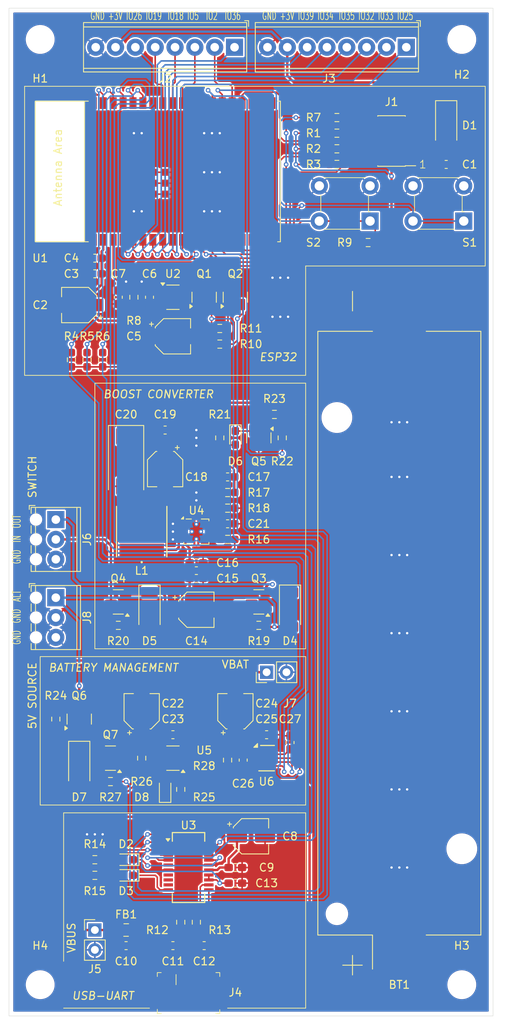
<source format=kicad_pcb>
(kicad_pcb (version 20240108) (generator "pcbnew") (generator_version "8.0")
  (title_block (title "ESP32 embedded application") (date "2024-10-26") (rev "B") (comment 1 "Author: Nicolae-Andrei Vasile") (comment 2 "ESP32 embedded hardware application."))
  (layers (0 "F.Cu" signal) (31 "B.Cu" signal) (34 "B.Paste" user) (35 "F.Paste" user) (36 "B.SilkS" user "B.Silkscreen") (37 "F.SilkS" user "F.Silkscreen") (38 "B.Mask" user) (39 "F.Mask" user) (44 "Edge.Cuts" user))
  (net 0 "")
  (net 1 "GND")
  (net 2 "VBAT")
  (net 3 "+3V3")
  (net 4 "Net-(Q1-C)")
  (net 5 "VBUS")
  (net 6 "Net-(BT1-+)")
  (net 7 "/usb-uart/D-")
  (net 8 "/usb-uart/D+")
  (net 9 "Net-(U3-3V3OUT)")
  (net 10 "Net-(D3-K)")
  (net 11 "Net-(D1-K)")
  (net 12 "Net-(D2-K)")
  (net 13 "Net-(J1-SWCLK{slash}TCK)")
  (net 14 "Net-(J1-SWDIO{slash}TMS)")
  (net 16 "Net-(J1-NC{slash}TDI)")
  (net 17 "Net-(J1-~{RESET})")
  (net 18 "Net-(J1-SWO{slash}TDO)")
  (net 19 "/GPIO34")
  (net 20 "/GPIO33")
  (net 21 "/GPIO35")
  (net 22 "/GPIO39")
  (net 23 "/GPIO32")
  (net 24 "/GPIO36")
  (net 25 "/GPIO25")
  (net 26 "/GPIO26")
  (net 27 "/usb-uart/~{RTS}")
  (net 28 "Net-(Q1-B)")
  (net 29 "Net-(Q2-B)")
  (net 30 "/BOOT")
  (net 31 "/usb-uart/~{DTR}")
  (net 32 "Net-(D5-K)")
  (net 33 "Net-(U3-USBDM)")
  (net 34 "Net-(U3-USBDP)")
  (net 35 "Net-(D7-K)")
  (net 36 "Net-(D2-A)")
  (net 37 "Net-(U4-FB)")
  (net 38 "/power-supply/PWRLED")
  (net 39 "Net-(U5-PROG)")
  (net 40 "/U0RXD")
  (net 41 "/U0TXD")
  (net 48 "Net-(D4-K)")
  (net 49 "Net-(D3-A)")
  (net 50 "ALT")
  (net 51 "Net-(Q5-B)")
  (net 52 "Net-(D6-K)")
  (net 53 "Net-(D6-A)")
  (net 54 "Net-(Q7-S)")
  (net 55 "Net-(D8-K)")
  (net 56 "/battery/SHDN")
  (net 57 "Net-(U5-~{CHRG})")
  (net 58 "Net-(U4-EN)")
  (net 59 "Net-(U6-CFP)")
  (net 60 "Net-(U6-CFN)")
  (net 61 "Net-(U6-V_{REG})")
  (net 62 "Net-(U4-L1)")
  (net 63 "Net-(U4-L2)")
  (net 65 "/GPIO19")
  (net 66 "/GPIO18")
  (net 67 "/GPIO5")
  (net 68 "/battery/BAT_INT")
  (net 69 "Net-(C10-Pad1)")
  (net 70 "/GPIO2")
  (net 72 "Net-(J6-Pin_2)")
  (net 73 "/battery/SCL")
  (net 74 "/battery/SDA")
  (footprint "digikey-footprints:Switch_Tactile_THT_6x6mm" (layer "F.Cu") (at 167.25 54.25 180)
    (property "Reference" "S1")
    (property "Value" "1825910-6")
  )
  (footprint "digikey-footprints:Switch_Tactile_THT_6x6mm" (layer "F.Cu") (at 155.25 54.25 180)
    (property "Reference" "S2")
    (property "Value" "1825910-6")
  )
  (footprint "Capacitor_SMD:CP_Elec_4x3" (layer "F.Cu") (at 140 133)
    (property "Reference" "C8")
    (property "Value" "10uF/16V/20%/4x3mm")
  )
  (footprint "footprints:IND_TAIYO_NRS6010_TAY" (layer "F.Cu") (at 126 94 90)
    (property "Reference" "L1")
    (property "Value" "NRS6010T1R5MMGF")
  )
  (footprint "Resistor_SMD:R_0603_1608Metric_Pad0.98x0.95mm_HandSolder" (layer "F.Cu") (at 137 95)
    (property "Reference" "R16")
    (property "Value" "100R/R0603")
  )
  (footprint "Resistor_SMD:R_0603_1608Metric_Pad0.98x0.95mm_HandSolder" (layer "F.Cu") (at 131 127 90)
    (property "Reference" "R25")
    (property "Value" "330R/R0603")
  )
  (footprint "Resistor_SMD:R_0603_1608Metric_Pad0.98x0.95mm_HandSolder" (layer "F.Cu") (at 137 89)
    (property "Reference" "R17")
    (property "Value" "1M/R0603")
  )
  (footprint "Capacitor_SMD:C_0603_1608Metric_Pad1.08x0.95mm_HandSolder" (layer "F.Cu") (at 137 93)
    (property "Reference" "C21")
    (property "Value" "100nF/6.3V/20%/C0603")
  )
  (footprint "TerminalBlock_Phoenix:TerminalBlock_Phoenix_MPT-0,5-3-2.54_1x03_P2.54mm_Horizontal" (layer "F.Cu") (at 115 102.46 -90)
    (property "Reference" "J8")
    (property "Value" "Conn_01x03_Socket")
  )
  (footprint "Resistor_SMD:R_0603_1608Metric_Pad0.98x0.95mm_HandSolder" (layer "F.Cu") (at 119 72 -90)
    (property "Reference" "R5")
    (property "Value" "10K/R0603")
  )
  (footprint "Package_TO_SOT_SMD:SOT-23" (layer "F.Cu") (at 123 103 180)
    (property "Reference" "Q4")
    (property "Value" "FDN340P")
  )
  (footprint "digikey-footprints:USB_Micro_B_Female_0473460001" (layer "F.Cu") (at 132 154 180)
    (property "Reference" "J4")
    (property "Value" "0473460001")
  )
  (footprint "Capacitor_SMD:C_0603_1608Metric_Pad1.08x0.95mm_HandSolder" (layer "F.Cu") (at 145 121 90)
    (property "Reference" "C27")
    (property "Value" "1uF/6.3V/20%/C0603")
  )
  (footprint "Resistor_SMD:R_0603_1608Metric_Pad0.98x0.95mm_HandSolder" (layer "F.Cu") (at 137 123.25 -90)
    (property "Reference" "R28")
    (property "Value" "50m/R0603")
  )
  (footprint "MountingHole:MountingHole_3.2mm_M3" (layer "F.Cu") (at 167 31 180)
    (property "Reference" "H2")
    (property "Value" "MountingHole")
  )
  (footprint "Capacitor_SMD:C_0603_1608Metric_Pad1.08x0.95mm_HandSolder" (layer "F.Cu") (at 142 120)
    (property "Reference" "C25")
    (property "Value" "100nF/6.3V/20%/C0603")
  )
  (footprint "LED_SMD:LED_0603_1608Metric_Pad1.05x0.95mm_HandSolder" (layer "F.Cu") (at 129 127 90)
    (property "Reference" "D8")
    (property "Value" "LED(RED)")
  )
  (footprint "Capacitor_SMD:CP_Elec_4x3" (layer "F.Cu") (at 130 69)
    (property "Reference" "C5")
    (property "Value" "10uF/16V/20%/4x3mm")
  )
  (footprint "Resistor_SMD:R_0603_1608Metric_Pad0.98x0.95mm_HandSolder" (layer "F.Cu") (at 126 123 90)
    (property "Reference" "R26")
    (property "Value" "2K/R0603")
  )
  (footprint "Package_TO_SOT_SMD:TSOT-23-5" (layer "F.Cu") (at 130 123 180)
    (property "Reference" "U5")
    (property "Value" "LTC4054ES5-4.2")
  )
  (footprint "Resistor_SMD:R_0603_1608Metric_Pad0.98x0.95mm_HandSolder" (layer "F.Cu") (at 143 79)
    (property "Reference" "R23")
    (property "Value" "10K/R0603")
  )
  (footprint "Connector_PinHeader_2.54mm:PinHeader_1x02_P2.54mm_Vertical" (layer "F.Cu") (at 120 145)
    (property "Reference" "J5")
    (property "Value" "Conn_01x02_Socket")
  )
  (footprint "Capacitor_SMD:C_0603_1608Metric_Pad1.08x0.95mm_HandSolder" (layer "F.Cu") (at 123 64 -90)
    (property "Reference" "C7")
    (property "Value" "1uF/6.3V/20%/C0603")
  )
  (footprint "Resistor_SMD:R_0603_1608Metric_Pad0.98x0.95mm_HandSolder" (layer "F.Cu") (at 133 144 -90)
    (property "Reference" "R13")
    (property "Value" "27R/R0603")
  )
  (footprint "Capacitor_SMD:CP_Elec_4x3" (layer "F.Cu") (at 129 86 -90)
    (property "Reference" "C18")
    (property "Value" "22uF/16V/20%/4x3mm")
  )
  (footprint "Resistor_SMD:R_0603_1608Metric_Pad0.98x0.95mm_HandSolder" (layer "F.Cu") (at 136 82 -90)
    (property "Reference" "R21")
    (property "Value" "270R/R0603")
  )
  (footprint "Capacitor_SMD:C_0603_1608Metric_Pad1.08x0.95mm_HandSolder" (layer "F.Cu") (at 120 61 180)
    (property "Reference" "C3")
    (property "Value" "10uF/6.3V/20%/C0603")
  )
  (footprint "Capacitor_SMD:C_0603_1608Metric_Pad1.08x0.95mm_HandSolder" (layer "F.Cu") (at 133 100)
    (property "Reference" "C15")
    (property "Value" "10uF/6.3V/20%/C0603")
  )
  (footprint "Resistor_SMD:R_0603_1608Metric_Pad0.98x0.95mm_HandSolder" (layer "F.Cu") (at 122 126)
    (property "Reference" "R27")
    (property "Value" "10K/R0603")
  )
  (footprint "Resistor_SMD:R_0603_1608Metric_Pad0.98x0.95mm_HandSolder" (layer "F.Cu") (at 125 64 90)
    (property "Reference" "R8")
    (property "Value" "10K/R0603")
  )
  (footprint "LED_SMD:LED_0603_1608Metric_Pad1.05x0.95mm_HandSolder" (layer "F.Cu") (at 124 138 180)
    (property "Reference" "D3")
    (property "Value" "LED(GREEN)")
  )
  (footprint "Package_DFN_QFN:DFN-10-1EP_2x3mm_P0.5mm_EP0.64x2.4mm" (layer "F.Cu") (at 142 123)
    (property "Reference" "U6")
    (property "Value" "LTC2959")
  )
  (footprint "Connector_PinHeader_1.27mm:PinHeader_2x05_P1.27mm_Vertical_SMD" (layer "F.Cu") (at 158 44 180)
    (property "Reference" "J1")
    (property "Value" "Conn_ARM_JTAG_SWD_10")
  )
  (footprint "Espressif:ESP32-WROVER-E" (layer "F.Cu") (at 128.06 47.9 90)
    (property "Reference" "U1")
    (property "Value" "ESP32-WROVER-E")
  )
  (footprint "Resistor_SMD:R_0603_1608Metric_Pad0.98x0.95mm_HandSolder" (layer "F.Cu") (at 151 47 180)
    (property "Reference" "R3")
    (property "Value" "10K/R0603")
  )
  (footprint "MountingHole:MountingHole_3.2mm_M3" (layer "F.Cu") (at 113 31 180)
    (property "Reference" "H1")
    (property "Value" "MountingHole")
  )
  (footprint "Connector_PinHeader_2.54mm:PinHeader_1x02_P2.54mm_Vertical" (layer "F.Cu") (at 142 112 90)
    (property "Reference" "J7")
    (property "Value" "Conn_01x02_Socket")
  )
  (footprint "Resistor_SMD:R_0603_1608Metric_Pad0.98x0.95mm_HandSolder" (layer "F.Cu") (at 151 45 180)
    (property "Reference" "R2")
    (property "Value" "10K/R0603")
  )
  (footprint "Resistor_SMD:R_0603_1608Metric_Pad0.98x0.95mm_HandSolder" (layer "F.Cu") (at 141 106)
    (property "Reference" "R19")
    (property "Value" "100K/R0603")
  )
  (footprint "Package_SO:SSOP-20_3.9x8.7mm_P0.635mm" (layer "F.Cu") (at 132 137)
    (property "Reference" "U3")
    (property "Value" "FT231XS")
  )
  (footprint "Capacitor_SMD:CP_Elec_4x3" (layer "F.Cu") (at 126 117 90)
    (property "Reference" "C22")
    (property "Value" "10uF/16V/20%/4x3mm")
  )
  (footprint "Resistor_SMD:R_0603_1608Metric_Pad0.98x0.95mm_HandSolder" (layer "F.Cu") (at 151 43 180)
    (property "Reference" "R1")
    (property "Value" "10K/R0603")
  )
  (footprint "LED_SMD:LED_0603_1608Metric_Pad1.05x0.95mm_HandSolder" (layer "F.Cu") (at 124 136 180)
    (property "Reference" "D2")
    (property "Value" "LED(RED)")
  )
  (footprint "Capacitor_SMD:C_0603_1608Metric_Pad1.08x0.95mm_HandSolder" (layer "F.Cu") (at 138 137)
    (property "Reference" "C9")
    (property "Value" "100nF/6.3V/20%/C0603")
  )
  (footprint "Package_TO_SOT_SMD:SOT-23" (layer "F.Cu") (at 118 118 90)
    (property "Reference" "Q6")
    (property "Value" "FDN340P")
  )
  (footprint "TerminalBlock_Phoenix:TerminalBlock_Phoenix_MPT-0,5-8-2.54_1x08_P2.54mm_Horizontal" (layer "F.Cu") (at 159.89 32 180)
    (property "Reference" "J3")
    (property "Value" "Conn_01x08_Socket")
  )
  (footprint "LED_SMD:LED_0603_1608Metric_Pad1.05x0.95mm_HandSolder" (layer "F.Cu") (at 138 82 -90)
    (property "Reference" "D6")
    (property "Value" "LED(RED)")
  )
  (footprint "Resistor_SMD:R_0603_1608Metric_Pad0.98x0.95mm_HandSolder" (layer "F.Cu") (at 136 70)
    (property "Reference" "R10")
    (property "Value" "10K/R0603")
  )
  (footprint "Capacitor_SMD:C_0603_1608Metric_Pad1.08x0.95mm_HandSolder" (layer "F.Cu") (at 130 120)
    (property "Reference" "C23")
    (property "Value" "100nF/6.3V/20%/C0603")
  )
  (footprint "Resistor_SMD:R_0603_1608Metric_Pad0.98x0.95mm_HandSolder" (layer "F.Cu") (at 120 136 180)
    (property "Reference" "R14")
    (property "Value" "270R/R0603")
  )
  (footprint "Capacitor_SMD:C_0603_1608Metric_Pad1.08x0.95mm_HandSolder" (layer "F.Cu") (at 124 147 180)
    (property "Reference" "C10")
    (property "Value" "10nF/6.3V/20%/C0603")
  )
  (footprint "Resistor_SMD:R_0603_1608Metric_Pad0.98x0.95mm_HandSolder" (layer "F.Cu") (at 131 144 -90)
    (property "Reference" "R12")
    (property "Value" "27R/R0603")
  )
  (footprint "Package_SON:Texas_DRC0010J_ThermalVias" (layer "F.Cu") (at 133 94)
    (property "Reference" "U4")
    (property "Value" "TPS63000")
  )
  (footprint "MountingHole:MountingHole_3.2mm_M3" (layer "F.Cu") (at 167 152)
    (property "Reference" "H3")
    (property "Value" "MountingHole")
  )
  (footprint "Capacitor_SMD:C_0603_1608Metric_Pad1.08x0.95mm_HandSolder" (layer "F.Cu") (at 130 147 180)
    (property "Reference" "C11")
    (property "Value" "47pF/6.3V/20%/C0603")
  )
  (footprint "Diode_SMD:D_SOD-128" (layer "F.Cu") (at 118 124 -90)
    (property "Reference" "D7")
    (property "Value" "PMEG3020EP")
  )
  (footprint "Resistor_SMD:R_0603_1608Metric_Pad0.98x0.95mm_HandSolder" (layer "F.Cu") (at 123 106)
    (property "Reference" "R20")
    (property "Value" "100K/R0603")
  )
  (footprint "Package_TO_SOT_SMD:SOT-23" (layer "F.Cu") (at 134 64 90)
    (property "Reference" "Q1")
    (property "Value" "BC817")
  )
  (footprint "digikey-footprints:0805" (layer "F.Cu") (at 124 145 180)
    (property "Reference" "FB1")
    (property "Value" "MPZ2012S601AT000")
  )
  (footprint "Package_TO_SOT_SMD:SOT-23-5" (layer "F.Cu") (at 130 64)
    (property "Reference" "U2")
    (property "Value" "BD48ExxG")
  )
  (footprint "Resistor_SMD:R_0603_1608Metric_Pad0.98x0.95mm_HandSolder" (layer "F.Cu") (at 136 68 180)
    (property "Reference" "R11")
    (property "Value" "10K/R0603")
  )
  (footprint "Resistor_SMD:R_0603_1608Metric_Pad0.98x0.95mm_HandSolder" (layer "F.Cu") (at 151 41 180)
    (property "Reference" "R7")
    (property "Value" "0R(board mount)")
  )
  (footprint "Resistor_SMD:R_0603_1608Metric_Pad0.98x0.95mm_HandSolder" (layer "F.Cu") (at 117 72 -90)
    (property "Reference" "R4")
    (property "Value" "10K/R0603")
  )
  (footprint "Capacitor_SMD:C_0603_1608Metric_Pad1.08x0.95mm_HandSolder" (layer "F.Cu") (at 129 81)
    (property "Reference" "C19")
    (property "Value" "10uF/6.3V/20%/C0603")
  )
  (footprint "Resistor_SMD:R_0603_1608Metric_Pad0.98x0.95mm_HandSolder" (layer "F.Cu") (at 155 57)
    (property "Reference" "R9")
    (property "Value" "10K/R0603")
  )
  (footprint "Diode_SMD:D_SOD-128" (layer "F.Cu") (at 165 42 -90)
    (property "Reference" "D1")
    (property "Value" "PMEG3020EP")
  )
  (footprint "MountingHole:MountingHole_3.2mm_M3" (layer "F.Cu") (at 113 152)
    (property "Reference" "H4")
    (property "Value" "MountingHole")
  )
  (footprint "Capacitor_SMD:C_0603_1608Metric_Pad1.08x0.95mm_HandSolder" (layer "F.Cu") (at 137 87 180)
    (property "Reference" "C17")
    (property "Value" "2.2pF/6.3V/20%/C0603")
  )
  (footprint "Package_TO_SOT_SMD:SOT-23" (layer "F.Cu") (at 138 64 90)
    (property "Reference" "Q2")
    (property "Value" "BC817")
  )
  (footprint "TerminalBlock_Phoenix:TerminalBlock_Phoenix_MPT-0,5-8-2.54_1x08_P2.54mm_Horizontal" (layer "F.Cu") (at 137.89 32 180)
    (property "Reference" "J2")
    (property "Value" "Conn_01x08_Socket")
  )
  (footprint "Battery:BatteryHolder_Keystone_1042_1x18650" (layer "F.Cu") (at 159 107 90)
    (property "Reference" "BT1")
    (property "Value" "18650 Li-Ion Single Cell")
  )
  (footprint "Capacitor_SMD:CP_Elec_4x3" (layer "F.Cu") (at 118 65 180)
    (property "Reference" "C2")
    (property "Value" "22uF/16V/20%/4x3mm")
  )
  (footprint "Resistor_SMD:R_0603_1608Metric_Pad0.98x0.95mm_HandSolder" (layer "F.Cu") (at 137 91 180)
    (property "Reference" "R18")
    (property "Value" "180K/R0603")
  )
  (footprint "Diode_SMD:D_SOD-128" (layer "F.Cu") (at 145 104 -90)
    (property "Reference" "D4")
    (property "Value" "PMEG3020EP")
  )
  (footprint "Capacitor_SMD:CP_Elec_4x3" (layer "F.Cu") (at 138 117 90)
    (property "Reference" "C24")
    (property "Value" "10uF/16V/20%/4x3mm")
  )
  (footprint "Diode_SMD:D_SOD-128" (layer "F.Cu") (at 127 104 -90)
    (property "Reference" "D5")
    (property "Value" "PMEG3020EP")
  )
  (footprint "Package_TO_SOT_SMD:SOT-23" (layer "F.Cu") (at 141 103 180)
    (property "Reference" "Q3")
    (property "Value" "FDN340P")
  )
  (footprint "Capacitor_SMD:C_0603_1608Metric_Pad1.08x0.95mm_HandSolder" (layer "F.Cu") (at 139 123.25 -90)
    (property "Reference" "C26")
    (property "Value" "470nF/6.3V/20%/C0603")
  )
  (footprint "Package_TO_SOT_SMD:SOT-23" (layer "F.Cu") (at 122 123 180)
    (property "Reference" "Q7")
    (property "Value" "FDN340P")
  )
  (footprint "Capacitor_SMD:C_0603_1608Metric_Pad1.08x0.95mm_HandSolder" (layer "F.Cu") (at 165 47)
    (property "Reference" "C1")
    (property "Value" "10uF/6.3V/20%/C0603")
  )
  (footprint "TerminalBlock_Phoenix:TerminalBlock_Phoenix_MPT-0,5-3-2.54_1x03_P2.54mm_Horizontal" (layer "F.Cu") (at 115 92.46 -90)
    (property "Reference" "J6")
    (property "Value" "Conn_01x03_Socket")
  )
  (footprint "Resistor_SMD:R_0603_1608Metric_Pad0.98x0.95mm_HandSolder" (layer "F.Cu") (at 115 118 -90)
    (property "Reference" "R24")
    (property "Value" "100K/R0603")
  )
  (footprint "Resistor_SMD:R_0603_1608Metric_Pad0.98x0.95mm_HandSolder" (layer "F.Cu") (at 144 82 -90)
    (property "Reference" "R22")
    (property "Value" "1K/R0603")
  )
  (footprint "Capacitor_Tantalum_SMD:CP_EIA-7343-31_Kemet-D_Pad2.25x2.55mm_HandSolder" (layer "F.Cu") (at 124 85 -90)
    (property "Reference" "C20")
    (property "Value" "220uF/16V/10%/D/Tantalum")
  )
  (footprint "Resistor_SMD:R_0603_1608Metric_Pad0.98x0.95mm_HandSolder" (layer "F.Cu") (at 121 72 -90)
    (property "Reference" "R6")
    (property "Value" "10K/R0603")
  )
  (footprint "Resistor_SMD:R_0603_1608Metric_Pad0.98x0.95mm_HandSolder" (layer "F.Cu") (at 120 138 180)
    (property "Reference" "R15")
    (property "Value" "270R/R0603")
  )
  (footprint "Capacitor_SMD:C_0603_1608Metric_Pad1.08x0.95mm_HandSolder" (layer "F.Cu") (at 120 59 180)
    (property "Reference" "C4")
    (property "Value" "100nF/6.3V/20%/C0603")
  )
  (footprint "Capacitor_SMD:C_0603_1608Metric_Pad1.08x0.95mm_HandSolder" (layer "F.Cu") (at 133 98)
    (property "Reference" "C16")
    (property "Value" "100nF/6.3V/20%/C0603")
  )
  (footprint "Package_TO_SOT_SMD:SOT-23" (layer "F.Cu") (at 141 82 -90)
    (property "Reference" "Q5")
    (property "Value" "BC807")
  )
  (footprint "Capacitor_SMD:C_0603_1608Metric_Pad1.08x0.95mm_HandSolder" (layer "F.Cu") (at 138 139)
    (property "Reference" "C13")
    (property "Value" "100nF/6.3V/20%/C0603")
  )
  (footprint "Capacitor_SMD:C_0603_1608Metric_Pad1.08x0.95mm_HandSolder" (layer "F.Cu") (at 127 64 90)
    (property "Reference" "C6")
    (property "Value" "100nF/6.3V/20%/C0603")
  )
  (footprint "Capacitor_SMD:CP_Elec_4x3" (layer "F.Cu") (at 133 104)
    (property "Reference" "C14")
    (property "Value" "22uF/16V/20%/4x3mm")
  )
  (footprint "Capacitor_SMD:C_0603_1608Metric_Pad1.08x0.95mm_HandSolder" (layer "F.Cu") (at 134 147)
    (property "Reference" "C12")
    (property "Value" "47pF/6.3V/20%/C0603")
  )
  (gr_line (start 146 129) (end 147 129) (stroke (width 0.1)) (layer "F.SilkS"))
  (gr_line (start 116 130) (end 116 149) (stroke (width 0.1)) (layer "F.SilkS"))
  (gr_line (start 146 155) (end 147 155) (stroke (width 0.1)) (layer "F.SilkS"))
  (gr_line (start 147 74) (end 147 60) (stroke (width 0.1)) (layer "F.SilkS"))
  (gr_line (start 147 109) (end 147 79) (stroke (width 0.1)) (layer "F.SilkS"))
  (gr_line (start 146 110) (end 147 110) (stroke (width 0.1)) (layer "F.SilkS"))
  (gr_line (start 146 130) (end 147 130) (stroke (width 0.1)) (layer "F.SilkS"))
  (gr_line (start 146 155) (end 137 155) (stroke (width 0.1)) (layer "F.SilkS"))
  (gr_line (start 125 110) (end 146 110) (stroke (width 0.1)) (layer "F.SilkS"))
  (gr_line (start 116 130) (end 146 130) (stroke (width 0.1)) (layer "F.SilkS"))
  (gr_line (start 146 129) (end 125 129) (stroke (width 0.1)) (layer "F.SilkS"))
  (gr_line (start 120 109) (end 147 109) (stroke (width 0.1)) (layer "F.SilkS"))
  (gr_line (start 127 155) (end 116 155) (stroke (width 0.1)) (layer "F.SilkS"))
  (gr_line (start 113 129) (end 125 129) (stroke (width 0.1)) (layer "F.SilkS"))
  (gr_line (start 113 129) (end 113 110) (stroke (width 0.1)) (layer "F.SilkS"))
  (gr_line (start 147 79) (end 147 75) (stroke (width 0.1)) (layer "F.SilkS"))
  (gr_line (start 111 37) (end 170 37) (stroke (width 0.1)) (layer "F.SilkS"))
  (gr_line (start 120 79) (end 120 75) (stroke (width 0.1)) (layer "F.SilkS"))
  (gr_line (start 113 110) (end 125 110) (stroke (width 0.1)) (layer "F.SilkS"))
  (gr_line (start 147 110) (end 147 129) (stroke (width 0.1)) (layer "F.SilkS"))
  (gr_line (start 170 60) (end 147 60) (stroke (width 0.1)) (layer "F.SilkS"))
  (gr_line (start 170 37) (end 170 60) (stroke (width 0.1)) (layer "F.SilkS"))
  (gr_line (start 111 74) (end 111 37) (stroke (width 0.1)) (layer "F.SilkS"))
  (gr_line (start 147 75) (end 120 75) (stroke (width 0.1)) (layer "F.SilkS"))
  (gr_line (start 147 130) (end 147 155) (stroke (width 0.1)) (layer "F.SilkS"))
  (gr_line (start 120 79) (end 120 109) (stroke (width 0.1)) (layer "F.SilkS"))
  (gr_line (start 147 74) (end 111 74) (stroke (width 0.1)) (layer "F.SilkS"))
  (gr_rect (start 109 27) (end 171 156) (stroke (width 0.05)) (fill none) (layer "Edge.Cuts"))
  (gr_text "GND +3V IO39 IO34" (at 146 28 0) (layer "F.SilkS") (effects (font (size 1 0.6) (thickness 0.1) (bold yes))))
  (gr_text "GND  IN  OUT" (at 110 95 90) (layer "F.SilkS") (effects (font (size 1 0.6) (thickness 0.1) (bold yes))))
  (gr_text "IO18 IO5  IO2  IO36" (at 134 28 0) (layer "F.SilkS") (effects (font (size 1 0.6) (thickness 0.1) (bold yes))))
  (gr_text "ESP32" (at 141 72.25 0) (layer "F.SilkS") (effects (font (size 1 1) (thickness 0.15) (italic yes)) (justify left bottom)))
  (gr_text "SWITCH" (at 112 87 90) (layer "F.SilkS") (effects (font (size 1 1))))
  (gr_text "VBUS" (at 117 146 90) (layer "F.SilkS") (effects (font (size 1 1))))
  (gr_text "IO35 IO32 I033 IO25" (at 156 28 0) (layer "F.SilkS") (effects (font (size 1 0.6) (thickness 0.1) (bold yes))))
  (gr_text "5V SOURCE\n" (at 112 115 90) (layer "F.SilkS") (effects (font (size 1 1))))
  (gr_text "VBAT" (at 138 111 0) (layer "F.SilkS") (effects (font (size 1 1))))
  (gr_text "USB-UART" (at 117 154 0) (layer "F.SilkS") (effects (font (size 1 1) (thickness 0.15) (italic yes)) (justify left bottom)))
  (gr_text "BATTERY MANAGEMENT" (at 114 112 0) (layer "F.SilkS") (effects (font (size 1 1) (thickness 0.15) (italic yes)) (justify left bottom)))
  (gr_text "BOOST CONVERTER" (at 121 77 0) (layer "F.SilkS") (effects (font (size 1 1) (thickness 0.15) (italic yes)) (justify left bottom)))
  (gr_text "GND +3V IO26 IO19" (at 124 28 0) (layer "F.SilkS") (effects (font (size 1 0.6) (thickness 0.1) (bold yes))))
  (gr_text "GND  GND  ALT" (at 110 105 90) (layer "F.SilkS") (effects (font (size 1 0.6) (thickness 0.1) (bold yes))))
  (gr_text "1" (at 162 47 0) (layer "F.SilkS") (effects (font (size 1 1) (thickness 0.1) (bold yes))))
  (segment (start 127.6 49.4) (end 127.6 48) (width 0.2) (layer "F.Cu") (net 1))
  (segment (start 129 49.4) (end 129 50.8) (width 0.2) (layer "F.Cu") (net 1))
  (segment (start 127.6 48) (end 129 48) (width 0.2) (layer "F.Cu") (net 1))
  (segment (start 127.6 49.4) (end 129 49.4) (width 0.2) (layer "F.Cu") (net 1))
  (segment (start 126.205 50.8) (end 126.2 50.805) (width 0.2) (layer "F.Cu") (net 1))
  (segment (start 127.6 50.8) (end 127.6 49.4) (width 0.2) (layer "F.Cu") (net 1))
  (segment (start 129 50.8) (end 127.6 50.8) (width 0.2) (layer "F.Cu") (net 1))
  (segment (start 129 48) (end 129 49.4) (width 0.2) (layer "F.Cu") (net 1))
  (segment (start 127.6 50.8) (end 126.205 50.8) (width 0.2) (layer "F.Cu") (net 1))
  (segment (start 126.2 48) (end 127.6 48) (width 0.2) (layer "F.Cu") (net 1))
  (segment (start 126.2 48) (end 126.2 49.4) (width 0.2) (layer "F.Cu") (net 1))
  (segment (start 126.2 49.4) (end 127.6 49.4) (width 0.2) (layer "F.Cu") (net 1))
  (segment (start 126.2 50.805) (end 126.2 49.4) (width 0.2) (layer "F.Cu") (net 1))
  (via (at 160 137) (size 0.6) (drill 0.3) (layers "F.Cu" "B.Cu") (net 1))
  (via (at 159 97) (size 0.6) (drill 0.3) (layers "F.Cu" "B.Cu") (net 1))
  (via (at 158 127) (size 0.6) (drill 0.3) (layers "F.Cu" "B.Cu") (net 1))
  (via (at 160 107) (size 0.6) (drill 0.3) (layers "F.Cu" "B.Cu") (net 1))
  (via (at 158 107) (size 0.6) (drill 0.3) (layers "F.Cu" "B.Cu") (net 1))
  (via (at 130 93) (size 0.6) (drill 0.3) (layers "F.Cu" "B.Cu") (net 1))
  (via (at 133 89) (size 0.6) (drill 0.3) (layers "F.Cu" "B.Cu") (net 1))
  (via (at 160 80) (size 0.6) (drill 0.3) (layers "F.Cu" "B.Cu") (net 1))
  (via (at 142.75 61.5) (size 0.6) (drill 0.3) (layers "F.Cu" "B.Cu") (net 1))
  (via (at 144.75 66.5) (size 0.6) (drill 0.3) (layers "F.Cu" "B.Cu") (net 1))
  (via (at 159 137) (size 0.6) (drill 0.3) (layers "F.Cu" "B.Cu") (net 1))
  (via (at 120 132.75) (size 0.6) (drill 0.3) (layers "F.Cu" "B.Cu") (net 1))
  (via (at 160 87) (size 0.6) (drill 0.3) (layers "F.Cu" "B.Cu") (net 1))
  (via (at 130 95) (size 0.6) (drill 0.3) (layers "F.Cu" "B.Cu") (net 1))
  (via (at 134 48) (size 0.6) (drill 0.3) (layers "F.Cu" "B.Cu") (net 1))
  (via (at 159 117) (size 0.6) (drill 0.3) (layers "F.Cu" "B.Cu") (net 1))
  (via (at 144.75 61.5) (size 0.6) (drill 0.3) (layers "F.Cu" "B.Cu") (net 1))
  (via (at 133 90) (size 0.6) (drill 0.3) (layers "F.Cu" "B.Cu") (net 1))
  (via (at 158 117) (size 0.6) (drill 0.3) (layers "F.Cu" "B.Cu") (net 1))
  (via (at 124 62) (size 0.6) (drill 0.3) (layers "F.Cu" "B.Cu") (net 1))
  (via (at 135 43) (size 0.6) (drill 0.3) (layers "F.Cu" "B.Cu") (net 1))
  (via (at 135 48) (size 0.6) (drill 0.3) (layers "F.Cu" "B.Cu") (net 1))
  (via (at 143.75 61.5) (size 0.6) (drill 0.3) (layers "F.Cu" "B.Cu") (net 1))
  (via (at 133 83) (size 0.6) (drill 0.3) (layers "F.Cu" "B.Cu") (net 1))
  (via (at 159 127) (size 0.6) (drill 0.3) (layers "F.Cu" "B.Cu") (net 1))
  (via (at 160 97) (size 0.6) (drill 0.3) (layers "F.Cu" "B.Cu") (net 1))
  (via (at 158 137) (size 0.6) (drill 0.3) (layers "F.Cu" "B.Cu") (net 1))
  (via (at 126 43) (size 0.6) (drill 0.3) (layers "F.Cu" "B.Cu") (net 1))
  (via (at 158 80) (size 0.6) (drill 0.3) (layers "F.Cu" "B.Cu") (net 1))
  (via (at 136 43) (size 0.6) (drill 0.3) (layers "F.Cu" "B.Cu") (net 1))
  (via (at 133 81) (size 0.6) (drill 0.3) (layers "F.Cu" "B.Cu") (net 1))
  (via (at 126 62) (size 0.6) (drill 0.3) (layers "F.Cu" "B.Cu") (net 1))
  (via (at 134 43) (size 0.6) (drill 0.3) (layers "F.Cu" "B.Cu") (net 1))
  (via (at 158 97) (size 0.6) (drill 0.3) (layers "F.Cu" "B.Cu") (net 1))
  (via (at 119 132.75) (size 0.6) (drill 0.3) (layers "F.Cu" "B.Cu") (net 1))
  (via (at 134 53) (size 0.6) (drill 0.3) (layers "F.Cu" "B.Cu") (net 1))
  (via (at 121 132.75) (size 0.6) (drill 0.3) (layers "F.Cu" "B.Cu") (net 1))
  (via (at 130 94) (size 0.6) (drill 0.3) (layers "F.Cu" "B.Cu") (net 1))
  (via (at 125 53) (size 0.6) (drill 0.3) (layers "F.Cu" "B.Cu") (net 1))
  (via (at 159 80) (size 0.6) (drill 0.3) (layers "F.Cu" "B.Cu") (net 1))
  (via (at 143.75 66.5) (size 0.6) (drill 0.3) (layers "F.Cu" "B.Cu") (net 1))
  (via (at 133 82) (size 0.6) (drill 0.3) (layers "F.Cu" "B.Cu") (net 1))
  (via (at 160 117) (size 0.6) (drill 0.3) (layers "F.Cu" "B.Cu") (net 1))
  (via (at 160 127) (size 0.6) (drill 0.3) (layers "F.Cu" "B.Cu") (net 1))
  (via (at 135 53) (size 0.6) (drill 0.3) (layers "F.Cu" "B.Cu") (net 1))
  (via (at 126 53) (size 0.6) (drill 0.3) (layers "F.Cu" "B.Cu") (net 1))
  (via (at 158 87) (size 0.6) (drill 0.3) (layers "F.Cu" "B.Cu") (net 1))
  (via (at 142.75 66.5) (size 0.6) (drill 0.3) (layers "F.Cu" "B.Cu") (net 1))
  (via (at 136 48) (size 0.6) (drill 0.3) (layers "F.Cu" "B.Cu") (net 1))
  (via (at 159 87) (size 0.6) (drill 0.3) (layers "F.Cu" "B.Cu") (net 1))
  (via (at 136 53) (size 0.6) (drill 0.3) (layers "F.Cu" "B.Cu") (net 1))
  (via (at 159 107) (size 0.6) (drill 0.3) (layers "F.Cu" "B.Cu") (net 1))
  (via (at 125 43) (size 0.6) (drill 0.3) (layers "F.Cu" "B.Cu") (net 1))
  (segment (start 135.7 118.8) (end 135 119.5) (width 0.3) (layer "F.Cu") (net 2))
  (segment (start 138 122) (end 138 121.5) (width 0.2) (layer "F.Cu") (net 2))
  (segment (start 135 112.75) (end 135.75 112) (width 0.3) (layer "F.Cu") (net 2))
  (segment (start 137 122.3375) (end 137.6625 122.3375) (width 0.2) (layer "F.Cu") (net 2))
  (segment (start 141.075 120.0625) (end 141.075 121.825) (width 0.3) (layer "F.Cu") (net 2))
  (segment (start 138 121.5) (end 138.25 121.25) (width 0.2) (layer "F.Cu") (net 2))
  (segment (start 141.1375 119.1375) (end 141.1375 120) (width 0.3) (layer "F.Cu") (net 2))
  (segment (start 138 118.8) (end 135.7 118.8) (width 0.3) (layer "F.Cu") (net 2))
  (segment (start 138.25 121.25) (end 139.75 121.25) (width 0.2) (layer "F.Cu") (net 2))
  (segment (start 135.5 121) (end 135 120.5) (width 0.3) (layer "F.Cu") (net 2))
  (segment (start 137.5 103.5) (end 137.5 110.25) (width 0.3) (layer "F.Cu") (net 2))
  (segment (start 135 120.5) (end 135 119.5) (width 0.3) (layer "F.Cu") (net 2))
  (segment (start 140.8 118.8) (end 141.1375 119.1375) (width 0.3) (layer "F.Cu") (net 2))
  (segment (start 139.75 121.25) (end 140 121.5) (width 0.2) (layer "F.Cu") (net 2))
  (segment (start 137.5 110.25) (end 135.75 112) (width 0.3) (layer "F.Cu") (net 2))
  (segment (start 140.5 122.5) (end 141.075 122.5) (width 0.2) (layer "F.Cu") (net 2))
  (segment (start 137.6625 122.3375) (end 138 122) (width 0.2) (layer "F.Cu") (net 2))
  (segment (start 135 119.5) (end 135 112.75) (width 0.3) (layer "F.Cu") (net 2))
  (segment (start 138 118.8) (end 140.8 118.8) (width 0.3) (layer "F.Cu") (net 2))
  (segment (start 137 121.5) (end 136.5 121) (width 0.3) (layer "F.Cu") (net 2))
  (segment (start 140 121.5) (end 140 122) (width 0.2) (layer "F.Cu") (net 2))
  (segment (start 137 122.3375) (end 132.5875 122.3375) (width 0.3) (layer "F.Cu") (net 2))
  (segment (start 132.5875 122.3375) (end 132.3 122.05) (width 0.3) (layer "F.Cu") (net 2))
  (segment (start 137 122.3375) (end 137 121.5) (width 0.3) (layer "F.Cu") (net 2))
  (segment (start 136.5 121) (end 135.5 121) (width 0.3) (layer "F.Cu") (net 2))
  (segment (start 141.1375 120) (end 141.075 120.0625) (width 0.3) (layer "F.Cu") (net 2))
  (segment (start 138 103) (end 137.5 103.5) (width 0.3) (layer "F.Cu") (net 2))
  (segment (start 141.075 122) (end 141.075 121.825) (width 0.2) (layer "F.Cu") (net 2))
  (segment (start 135.75 112) (end 142 112) (width 0.3) (layer "F.Cu") (net 2))
  (segment (start 132.3 122.05) (end 131.1375 122.05) (width 0.3) (layer "F.Cu") (net 2))
  (segment (start 140.0625 103) (end 138 103) (width 0.3) (layer "F.Cu") (net 2))
  (segment (start 140 122) (end 140.5 122.5) (width 0.2) (layer "F.Cu") (net 2))
  (segment (start 119.8 66.3) (end 120.5 67) (width 0.3) (layer "F.Cu") (net 3))
  (segment (start 137.8625 87) (end 137.8625 86.1125) (width 0.2) (layer "F.Cu") (net 3))
  (segment (start 123.4125 72.9125) (end 124 73.5) (width 0.2) (layer "F.Cu") (net 3))
  (segment (start 146.5 76.75) (end 146.5 60) (width 0.3) (layer "F.Cu") (net 3))
  (segment (start 120.8625 61) (end 120.8625 62.3875) (width 0.3) (layer "F.Cu") (net 3))
  (segment (start 124 69) (end 124.5 69) (width 0.3) (layer "F.Cu") (net 3))
  (segment (start 120.5 67) (end 123.25 67) (width 0.3) (layer "F.Cu") (net 3))
  (segment (start 136 81.0875) (end 134.9125 81.0875) (width 0.2) (layer "F.Cu") (net 3))
  (segment (start 134.9125 81.0875) (end 134.5 81.5) (width 0.2) (layer "F.Cu") (net 3))
  (segment (start 124 65.9125) (end 125 64.9125) (width 0.2) (layer "F.Cu") (net 3))
  (segment (start 120.8625 62.3875) (end 119.8 63.45) (width 0.3) (layer "F.Cu") (net 3))
  (segment (start 131.6 86.25) (end 131.6 84.85) (width 0.3) (layer "F.Cu") (net 3))
  (segment (start 119.8 65) (end 119.8 66.3) (width 0.3) (layer "F.Cu") (net 3))
  (segment (start 128.2 67.7) (end 128.2 69) (width 0.3) (layer "F.Cu") (net 3))
  (segment (start 158.46 46.54) (end 159.95 46.54) (width 0.3) (layer "F.Cu") (net 3))
  (segment (start 124 72.5) (end 124 73.5) (width 0.3) (layer "F.Cu") (net 3))
  (segment (start 121 72.9125) (end 123.4125 72.9125) (width 0.2) (layer "F.Cu") (net 3))
  (segment (start 125 77.5) (end 145.75 77.5) (width 0.3) (layer "F.Cu") (net 3))
  (segment (start 134.5 81.5) (end 134.5 85.25) (width 0.2) (layer "F.Cu") (net 3))
  (segment (start 124 73.5) (end 124 78.5) (width 0.3) (layer "F.Cu") (net 3))
  (segment (start 117 72.9125) (end 119 72.9125) (width 0.2) (layer "F.Cu") (net 3))
  (segment (start 120.8625 59) (end 120.8625 61) (width 0.3) (layer "F.Cu") (net 3))
  (segment (start 129 84.2) (end 129 81.8625) (width 0.3) (layer "F.Cu") (net 3))
  (segment (start 150.0875 45) (end 145.75 45) (width 0.2) (layer "F.Cu") (net 3))
  (segment (start 127 66.5) (end 128.2 67.7) (width 0.3) (layer "F.Cu") (net 3))
  (segment (start 158 58.5) (end 158 48.5) (width 0.3) (layer "F.Cu") (net 3))
  (segment (start 127 64.8625) (end 127 66.5) (width 0.3) (layer "F.Cu") (net 3))
  (segment (start 126.2 81.8) (end 124 81.8) (width 0.3) (layer "F.Cu") (net 3))
  (segment (start 124 67.75) (end 124 69) (width 0.3) (layer "F.Cu") (net 3))
  (segment (start 123.25 67) (end 124 67.75) (width 0.3) (layer "F.Cu") (net 3))
  (segment (start 137.8625 86.1125) (end 137.5 85.75) (width 0.2) (layer "F.Cu") (net 3))
  (segment (start 131.6 86.25) (end 131.6 92.85) (width 0.3) (layer "F.Cu") (net 3))
  (segment (start 154.0875 58.6625) (end 153.5 59.25) (width 0.2) (layer "F.Cu") (net 3))
  (segment (start 162.75 47) (end 164.1375 47) (width 0.3) (layer "F.Cu") (net 3))
  (segment (start 128.2 69) (end 124.5 69) (width 0.3) (layer "F.Cu") (net 3))
  (segment (start 127.8625 64) (end 127 64.8625) (width 0.3) (layer "F.Cu") (net 3))
  (segment (start 164.1375 47) (end 164.1375 46.1125) (width 0.3) (layer "F.Cu") (net 3))
  (segment (start 127 81) (end 126.2 81.8) (width 0.3) (layer "F.Cu") (net 3))
  (segment (start 137.9125 89) (end 137.9125 87.05) (width 0.2) (layer "F.Cu") (net 3))
  (segment (start 121.075 57.925) (end 121.075 56.65) (width 0.3) (layer "F.Cu") (net 3))
  (segment (start 120.8625 59) (end 120.8625 58.1375) (width 0.3) (layer "F.Cu") (net 3))
  (segment (start 119 72.9125) (end 121 72.9125) (width 0.2) (layer "F.Cu") (net 3))
  (segment (start 129 81.8625) (end 128.1375 81) (width 0.3) (layer "F.Cu") (net 3))
  (segment (start 128.1375 81) (end 127 81) (width 0.3) (layer "F.Cu") (net 3))
  (segment (start 128.8625 64) (end 127.8625 64) (width 0.3) (layer "F.Cu") (net 3))
  (segment (start 146.5 60) (end 147.25 59.25) (width 0.3) (layer "F.Cu") (net 3))
  (segment (start 130.95 84.2) (end 129 84.2) (width 0.3) (layer "F.Cu") (net 3))
  (segment (start 119.8 63.45) (end 119.8 65) (width 0.3) (layer "F.Cu") (net 3))
  (segment (start 154.0875 57) (end 154.0875 58.6625) (width 0.2) (layer "F.Cu") (net 3))
  (segment (start 120.8625 58.1375) (end 121.075 57.925) (width 0.3) (layer "F.Cu") (net 3))
  (segment (start 165 45.25) (end 165 44.2) (width 0.3) (layer "F.Cu") (net 3))
  (segment (start 124 72.5) (end 124 69) (width 0.3) (layer "F.Cu") (net 3))
  (segment (start 145.75 77.5) (end 146.5 76.75) (width 0.3) (layer "F.Cu") (net 3))
  (segment (start 153.5 59.25) (end 157.25 59.25) (width 0.3) (layer "F.Cu") (net 3))
  (segment (start 132.1 85.75) (end 131.6 86.25) (width 0.2) (layer "F.Cu") (net 3))
  (segment (start 164.1375 46.1125) (end 165 45.25) (width 0.3) (layer "F.Cu") (net 3))
  (segment (start 150.0875 43) (end 145.75 43) (width 0.2) (layer "F.Cu") (net 3))
  (segment (start 159.95 46.54) (end 162.29 46.54) (width 0.3) (layer "F.Cu") (net 3))
  (segment (start 124 78.5) (end 125 77.5) (width 0.3) (layer "F.Cu") (net 3))
  (segment (start 124 81.8) (end 124 78.5) (width 0.3) (layer "F.Cu") (net 3))
  (segment (start 147.25 59.25) (end 153.5 59.25) (width 0.3) (layer "F.Cu") (net 3))
  (segment (start 124 67.75) (end 124 65.9125) (width 0.2) (layer "F.Cu") (net 3))
  (segment (start 150.0875 47) (end 145.75 47) (width 0.2) (layer "F.Cu") (net 3))
  (segment (start 158 48.5) (end 158 47) (width 0.3) (layer "F.Cu") (net 3))
  (segment (start 158 47) (end 158.46 46.54) (width 0.3) (layer "F.Cu") (net 3))
  (segment (start 162.29 46.54) (end 162.75 47) (width 0.3) (layer "F.Cu") (net 3))
  (segment (start 137.5 85.75) (end 132.1 85.75) (width 0.2) (layer "F.Cu") (net 3))
  (segment (start 134.5 85.25) (end 134 85.75) (width 0.2) (layer "F.Cu") (net 3))
  (segment (start 137.9125 87.05) (end 137.8625 87) (width 0.2) (layer "F.Cu") (net 3))
  (segment (start 131.6 84.85) (end 130.95 84.2) (width 0.3) (layer "F.Cu") (net 3))
  (segment (start 157.25 59.25) (end 158 58.5) (width 0.3) (layer "F.Cu") (net 3))
  (segment (start 131.6 93) (end 131.6 92.85) (width 0.2) (layer "F.Cu") (net 3))
  (via (at 145.75 45) (size 0.6) (drill 0.3) (layers "F.Cu" "B.Cu") (net 3))
  (via (at 145.75 47) (size 0.6) (drill 0.3) (layers "F.Cu" "B.Cu") (net 3))
  (via (at 158 48.5) (size 0.6) (drill 0.3) (layers "F.Cu" "B.Cu") (net 3))
  (via (at 145.75 43) (size 0.6) (drill 0.3) (layers "F.Cu" "B.Cu") (net 3))
  (segment (start 145.75 45) (end 145.75 47) (width 0.2) (layer "B.Cu") (net 3))
  (segment (start 158 48.5) (end 157.25 47.75) (width 0.2) (layer "B.Cu") (net 3))
  (segment (start 146.5 47.75) (end 145.75 47) (width 0.2) (layer "B.Cu") (net 3))
  (segment (start 145.75 43) (end 145.75 45) (width 0.2) (layer "B.Cu") (net 3))
  (segment (start 157.25 47.75) (end 146.5 47.75) (width 0.2) (layer "B.Cu") (net 3))
  (segment (start 150.0875 41) (end 145.75 41) (width 0.2) (layer "F.Cu") (net 4))
  (segment (start 145 59.5) (end 133.5 59.5) (width 0.2) (layer "F.Cu") (net 4))
  (segment (start 122.345 61.345) (end 123 62) (width 0.2) (layer "F.Cu") (net 4))
  (segment (start 128.25 59.5) (end 133.5 59.5) (width 0.2) (layer "F.Cu") (net 4))
  (segment (start 124.95 63.1375) (end 125 63.0875) (width 0.2) (layer "F.Cu") (net 4))
  (segment (start 128.8625 60.1125) (end 128.25 59.5) (width 0.2) (layer "F.Cu") (net 4))
  (segment (start 123 62) (end 123 63.1375) (width 0.2) (layer "F.Cu") (net 4))
  (segment (start 134 60) (end 133.5 59.5) (width 0.2) (layer "F.Cu") (net 4))
  (segment (start 128.8625 63.05) (end 128.8625 60.1125) (width 0.2) (layer "F.Cu") (net 4))
  (segment (start 145.5 59) (end 145 59.5) (width 0.2) (layer "F.Cu") (net 4))
  (segment (start 134 63.0625) (end 134 60) (width 0.2) (layer "F.Cu") (net 4))
  (segment (start 125 60) (end 125.5 59.5) (width 0.2) (layer "F.Cu") (net 4))
  (segment (start 125.5 59.5) (end 128.25 59.5) (width 0.2) (layer "F.Cu") (net 4))
  (segment (start 122.345 56.65) (end 122.345 61.345) (width 0.2) (layer "F.Cu") (net 4))
  (segment (start 125 63.0875) (end 125 60) (width 0.2) (layer "F.Cu") (net 4))
  (segment (start 123 63.1375) (end 124.95 63.1375) (width 0.2) (layer "F.Cu") (net 4))
  (segment (start 146.5 52.25) (end 145.5 53.25) (width 0.2) (layer "F.Cu") (net 4))
  (segment (start 145.5 53.25) (end 145.5 59) (width 0.2) (layer "F.Cu") (net 4))
  (via (at 146.5 52.25) (size 0.6) (drill 0.3) (layers "F.Cu" "B.Cu") (net 4))
  (via (at 145.75 41) (size 0.6) (drill 0.3) (layers "F.Cu" "B.Cu") (net 4))
  (segment (start 144.25 41) (end 145.75 41) (width 0.2) (layer "B.Cu") (net 4))
  (segment (start 167.25 54.25) (end 160.75 54.25) (width 0.2) (layer "B.Cu") (net 4))
  (segment (start 143.75 51.75) (end 143.75 41.5) (width 0.2) (layer "B.Cu") (net 4))
  (segment (start 144.25 52.25) (end 143.75 51.75) (width 0.2) (layer "B.Cu") (net 4))
  (segment (start 160.25 52.25) (end 160.75 52.75) (width 0.2) (layer "B.Cu") (net 4))
  (segment (start 146.5 52.25) (end 144.25 52.25) (width 0.2) (layer "B.Cu") (net 4))
  (segment (start 160.75 52.75) (end 160.75 54.25) (width 0.2) (layer "B.Cu") (net 4))
  (segment (start 146.5 52.25) (end 160.25 52.25) (width 0.2) (layer "B.Cu") (net 4))
  (segment (start 143.75 41.5) (end 144.25 41) (width 0.2) (layer "B.Cu") (net 4))
  (segment (start 137.1375 135.8625) (end 138.2 134.8) (width 0.3) (layer "F.Cu") (net 5))
  (segment (start 115.025 118.9375) (end 115 118.9125) (width 0.3) (layer "F.Cu") (net 5))
  (segment (start 116.75 144.25) (end 116.75 131.25) (width 0.3) (layer "F.Cu") (net 5))
  (segment (start 117.05 118.9375) (end 115.025 118.9375) (width 0.3) (layer "F.Cu") (net 5))
  (segment (start 138.2 133) (end 138.2 131.2) (width 0.3) (layer "F.Cu") (net 5))
  (segment (start 134.6 137.3175) (end 135.6825 137.3175) (width 0.3) (layer "F.Cu") (net 5))
  (segment (start 137.5 130.5) (end 117.5 130.5) (width 0.3) (layer "F.Cu") (net 5))
  (segment (start 138.2 134.8) (end 138.2 133) (width 0.3) (layer "F.Cu") (net 5))
  (segment (start 123.9125 109.8375) (end 123.9125 106) (width 0.3) (layer "F.Cu") (net 5))
  (segment (start 136 137) (end 137.1375 137) (width 0.3) (layer "F.Cu") (net 5))
  (segment (start 124.1125 106.2) (end 123.9125 106) (width 0.3) (layer "F.Cu") (net 5))
  (segment (start 114.0875 118.9125) (end 113.5 119.5) (width 0.3) (layer "F.Cu") (net 5))
  (segment (start 137.1375 137) (end 137.1375 135.8625) (width 0.3) (layer "F.Cu") (net 5))
  (segment (start 117.5 130.5) (end 116.75 131.25) (width 0.3) (layer "F.Cu") (net 5))
  (segment (start 114.25 110.5) (end 123.25 110.5) (width 0.3) (layer "F.Cu") (net 5))
  (segment (start 113.5 119.5) (end 113.5 111.25) (width 0.3) (layer "F.Cu") (net 5))
  (segment (start 113.5 125.5) (end 113.5 119.5) (width 0.3) (layer "F.Cu") (net 5))
  (segment (start 135.6825 137.3175) (end 136 137) (width 0.3) (layer "F.Cu") (net 5))
  (segment (start 116.75 129) (end 118 127.75) (width 0.3) (layer "F.Cu") (net 5))
  (segment (start 115 118.9125) (end 114.0875 118.9125) (width 0.3) (layer "F.Cu") (net 5))
  (segment (start 123.9125 103.975) (end 123.9375 103.95) (width 0.3) (layer "F.Cu") (net 5))
  (segment (start 120 145) (end 117.5 145) (width 0.3) (layer "F.Cu") (net 5))
  (segment (start 116.75 131.25) (end 116.75 129) (width 0.3) (layer "F.Cu") (net 5))
  (segment (start 122.95 145) (end 120 145) (width 0.3) (layer "F.Cu") (net 5))
  (segment (start 123.9125 106) (end 123.9125 103.975) (width 0.3) (layer "F.Cu") (net 5))
  (segment (start 123.25 110.5) (end 123.9125 109.8375) (width 0.3) (layer "F.Cu") (net 5))
  (segment (start 113.5 111.25) (end 114.25 110.5) (width 0.3) (layer "F.Cu") (net 5))
  (segment (start 138.2 131.2) (end 137.5 130.5) (width 0.3) (layer "F.Cu") (net 5))
  (segment (start 118 126.2) (end 114.2 126.2) (width 0.3) (layer "F.Cu") (net 5))
  (segment (start 118 127.75) (end 118 126.2) (width 0.3) (layer "F.Cu") (net 5))
  (segment (start 127 106.2) (end 124.1125 106.2) (width 0.3) (layer "F.Cu") (net 5))
  (segment (start 117.5 145) (end 116.75 144.25) (width 0.3) (layer "F.Cu") (net 5))
  (segment (start 114.2 126.2) (end 113.5 125.5) (width 0.3) (layer "F.Cu") (net 5))
  (segment (start 138 125) (end 138.25 125.25) (width 0.2) (layer "F.Cu") (net 6))
  (segment (start 137.5 126) (end 137 125.5) (width 0.3) (layer "F.Cu") (net 6))
  (segment (start 140 125) (end 140 124.5) (width 0.2) (layer "F.Cu") (net 6))
  (segment (start 146.75 126) (end 137.5 126) (width 0.3) (layer "F.Cu") (net 6))
  (segment (start 138 124.5) (end 138 125) (width 0.2) (layer "F.Cu") (net 6))
  (segment (start 159 146.33) (end 148.08 146.33) (width 0.3) (layer "F.Cu") (net 6))
  (segment (start 137 125.5) (end 137 124.1625) (width 0.3) (layer "F.Cu") (net 6))
  (segment (start 140 124.5) (end 140.5 124) (width 0.2) (layer "F.Cu") (net 6))
  (segment (start 137 124.1625) (end 137.6625 124.1625) (width 0.2) (layer "F.Cu") (net 6))
  (segment (start 147.5 145.75) (end 147.5 126.75) (width 0.3) (layer "F.Cu") (net 6))
  (segment (start 138.25 125.25) (end 139.75 125.25) (width 0.2) (layer "F.Cu") (net 6))
  (segment (start 140.5 124) (end 141.075 124) (width 0.2) (layer "F.Cu") (net 6))
  (segment (start 148.08 146.33) (end 147.5 145.75) (width 0.3) (layer "F.Cu") (net 6))
  (segment (start 139.75 125.25) (end 140 125) (width 0.2) (layer "F.Cu") (net 6))
  (segment (start 137.6625 124.1625) (end 138 124.5) (width 0.2) (layer "F.Cu") (net 6))
  (segment (start 147.5 126.75) (end 146.75 126) (width 0.3) (layer "F.Cu") (net 6))
  (segment (start 131.45 147.5875) (end 130.8625 147) (width 0.2) (layer "F.Cu") (net 7))
  (segment (start 131 146.8625) (end 130.8625 147) (width 0.2) (layer "F.Cu") (net 7))
  (segment (start 131.35 150.304999) (end 131.45 150.204999) (width 0.2) (layer "F.Cu") (net 7))
  (segment (start 131.45 150.204999) (end 131.45 147.5875) (width 0.2) (layer "F.Cu") (net 7))
  (segment (start 131.35 151.34) (end 131.35 150.304999) (width 0.2) (layer "F.Cu") (net 7))
  (segment (start 131 144.9125) (end 131 146.8625) (width 0.2) (layer "F.Cu") (net 7))
  (segment (start 132 151.34) (end 132 150.304999) (width 0.2) (layer "F.Cu") (net 8))
  (segment (start 131.9 148.2375) (end 133.1375 147) (width 0.2) (layer "F.Cu") (net 8))
  (segment (start 133 146.8625) (end 133.1375 147) (width 0.2) (layer "F.Cu") (net 8))
  (segment (start 133 144.9125) (end 133 146.8625) (width 0.2) (layer "F.Cu") (net 8))
  (segment (start 131.9 150.204999) (end 131.9 148.2375) (width 0.2) (layer "F.Cu") (net 8))
  (segment (start 132 150.304999) (end 131.9 150.204999) (width 0.2) (layer "F.Cu") (net 8))
  (segment (start 135.5875 138.5875) (end 136 139) (width 0.2) (layer "F.Cu") (net 9))
  (segment (start 119.5 134.75) (end 126.75 134.75) (width 0.2) (layer "F.Cu") (net 9))
  (segment (start 127.75 134.75) (end 128.4125 135.4125) (width 0.2) (layer "F.Cu") (net 9))
  (segment (start 134.6 137.9525) (end 134.6 138.5875) (width 0.2) (layer "F.Cu") (net 9))
  (segment (start 134.6 138.5875) (end 135.5875 138.5875) (width 0.2) (layer "F.Cu") (net 9))
  (segment (start 119.0875 136) (end 119.0875 135.1625) (width 0.2) (layer "F.Cu") (net 9))
  (segment (start 119.0875 135.1625) (end 119.5 134.75) (width 0.2) (layer "F.Cu") (net 9))
  (segment (start 119.0875 138) (end 119.0875 136) (width 0.2) (layer "F.Cu") (net 9))
  (segment (start 126.75 134.75) (end 127.75 134.75) (width 0.2) (layer "F.Cu") (net 9))
  (segment (start 136 139) (end 137.1375 139) (width 0.2) (layer "F.Cu") (net 9))
  (segment (start 128.4125 135.4125) (end 129.4 135.4125) (width 0.2) (layer "F.Cu") (net 9))
  (via (at 126.75 134.75) (size 0.6) (drill 0.3) (layers "F.Cu" "B.Cu") (net 9))
  (via (at 136 139) (size 0.6) (drill 0.3) (layers "F.Cu" "B.Cu") (net 9))
  (segment (start 136 138.5) (end 136 139) (width 0.2) (layer "B.Cu") (net 9))
  (segment (start 126 137) (end 126.5 137.5) (width 0.2) (layer "B.Cu") (net 9))
  (segment (start 126 135.5) (end 126 137) (width 0.2) (layer "B.Cu") (net 9))
  (segment (start 135 137.5) (end 136 138.5) (width 0.2) (layer "B.Cu") (net 9))
  (segment (start 126.75 134.75) (end 126 135.5) (width 0.2) (layer "B.Cu") (net 9))
  (segment (start 126.5 137.5) (end 135 137.5) (width 0.2) (layer "B.Cu") (net 9))
  (segment (start 128.3575 139.8575) (end 129.4 139.8575) (width 0.2) (layer "F.Cu") (net 10))
  (segment (start 127.75 138) (end 128 138.25) (width 0.2) (layer "F.Cu") (net 10))
  (segment (start 128 138.25) (end 128 139.5) (width 0.2) (layer "F.Cu") (net 10))
  (segment (start 128 139.5) (end 128.3575 139.8575) (width 0.2) (layer "F.Cu") (net 10))
  (segment (start 124.875 138) (end 127.75 138) (width 0.2) (layer "F.Cu") (net 10))
  (segment (start 145.5 36.5) (end 144.65 35.65) (width 0.3) (layer "F.Cu") (net 11))
  (segment (start 165 37.25) (end 164.25 36.5) (width 0.3) (layer "F.Cu") (net 11))
  (segment (start 144.65 35.65) (end 144.65 32) (width 0.3) (layer "F.Cu") (net 11))
  (segment (start 165 39.8) (end 165 37.25) (width 0.3) (layer "F.Cu") (net 11))
  (segment (start 164.25 36.5) (end 145.5 36.5) (width 0.3) (layer "F.Cu") (net 11))
  (segment (start 144.65 32) (end 142.65 30) (width 0.3) (layer "B.Cu") (net 11))
  (segment (start 124.65 30) (end 122.65 32) (width 0.3) (layer "B.Cu") (net 11))
  (segment (start 142.65 30) (end 124.65 30) (width 0.3) (layer "B.Cu") (net 11))
  (segment (start 135.7025 136.0475) (end 136 135.75) (width 0.2) (layer "F.Cu") (net 12))
  (segment (start 126.75 136.75) (end 126 136) (width 0.2) (layer "F.Cu") (net 12))
  (segment (start 134.6 136.0475) (end 135.7025 136.0475) (width 0.2) (layer "F.Cu") (net 12))
  (segment (start 126 136) (end 124.875 136) (width 0.2) (layer "F.Cu") (net 12))
  (via (at 136 135.75) (size 0.6) (drill 0.3) (layers "F.Cu" "B.Cu") (net 12))
  (via (at 126.75 136.75) (size 0.6) (drill 0.3) (layers "F.Cu" "B.Cu") (net 12))
  (segment (start 126.75 136.75) (end 135 136.75) (width 0.2) (layer "B.Cu") (net 12))
  (segment (start 135 136.75) (end 136 135.75) (width 0.2) (layer "B.Cu") (net 12))
  (segment (start 143.75 57.5) (end 143.25 58) (width 0.2) (layer "F.Cu") (net 13))
  (segment (start 144.25 46) (end 143.75 46.5) (width 0.2) (layer "F.Cu") (net 13))
  (segment (start 150.9125 46) (end 144.25 46) (width 0.2) (layer "F.Cu") (net 13))
  (segment (start 143.75 46.5) (end 143.75 57.5) (width 0.2) (layer "F.Cu") (net 13))
  (segment (start 139.25 58) (end 138.855 57.605) (width 0.2) (layer "F.Cu") (net 13))
  (segment (start 151.9125 45) (end 150.9125 46) (width 0.2) (layer "F.Cu") (net 13))
  (segment (start 153.77 45.27) (end 153.5 45) (width 0.2) (layer "F.Cu") (net 13))
  (segment (start 153.5 45) (end 151.9125 45) (width 0.2) (layer "F.Cu") (net 13))
  (segment (start 156.05 45.27) (end 153.77 45.27) (width 0.2) (layer "F.Cu") (net 13))
  (segment (start 138.855 57.605) (end 138.855 56.65) (width 0.2) (layer "F.Cu") (net 13))
  (segment (start 143.25 58) (end 139.25 58) (width 0.2) (layer "F.Cu") (net 13))
  (segment (start 150.9125 48) (end 145.5 48) (width 0.2) (layer "F.Cu") (net 14))
  (segment (start 145 48.5) (end 145 58.5) (width 0.2) (layer "F.Cu") (net 14))
  (segment (start 145 58.5) (end 144.5 59) (width 0.2) (layer "F.Cu") (net 14))
  (segment (start 145.5 48) (end 145 48.5) (width 0.2) (layer "F.Cu") (net 14))
  (segment (start 135.75 59) (end 135.045 58.295) (width 0.2) (layer "F.Cu") (net 14))
  (segment (start 153.25 47) (end 151.9125 47) (width 0.2) (layer "F.Cu") (net 14))
  (segment (start 153.71 46.54) (end 153.25 47) (width 0.2) (layer "F.Cu") (net 14))
  (segment (start 135.045 58.295) (end 135.045 56.65) (width 0.2) (layer "F.Cu") (net 14))
  (segment (start 151.9125 47) (end 150.9125 48) (width 0.2) (layer "F.Cu") (net 14))
  (segment (start 156.05 46.54) (end 153.71 46.54) (width 0.2) (layer "F.Cu") (net 14))
  (segment (start 144.5 59) (end 135.75 59) (width 0.2) (layer "F.Cu") (net 14))
  (segment (start 153.77 42.73) (end 153.5 43) (width 0.2) (layer "F.Cu") (net 16))
  (segment (start 136.315 56.65) (end 136.315 58.065) (width 0.2) (layer "F.Cu") (net 16))
  (segment (start 144.5 42.5) (end 145 42) (width 0.2) (layer "F.Cu") (net 16))
  (segment (start 145 42) (end 150.9125 42) (width 0.2) (layer "F.Cu") (net 16))
  (segment (start 144 58.5) (end 144.5 58) (width 0.2) (layer "F.Cu") (net 16))
  (segment (start 136.75 58.5) (end 143.25 58.5) (width 0.2) (layer "F.Cu") (net 16))
  (segment (start 156.05 42.73) (end 153.77 42.73) (width 0.2) (layer "F.Cu") (net 16))
  (segment (start 144.5 43) (end 144.5 42.5) (width 0.2) (layer "F.Cu") (net 16))
  (segment (start 150.9125 42) (end 151.9125 43) (width 0.2) (layer "F.Cu") (net 16))
  (segment (start 144.5 58) (end 144.5 47) (width 0.2) (layer "F.Cu") (net 16))
  (segment (start 153 43) (end 151.9125 43) (width 0.2) (layer "F.Cu") (net 16))
  (segment (start 143.25 58.5) (end 144 58.5) (width 0.2) (layer "F.Cu") (net 16))
  (segment (start 136.315 58.065) (end 136.75 58.5) (width 0.2) (layer "F.Cu") (net 16))
  (segment (start 153.5 43) (end 153 43) (width 0.2) (layer "F.Cu") (net 16))
  (via (at 144.5 43) (size 0.6) (drill 0.3) (layers "F.Cu" "B.Cu") (net 16))
  (via (at 144.5 47) (size 0.6) (drill 0.3) (layers "F.Cu" "B.Cu") (net 16))
  (segment (start 144.5 43) (end 144.5 47) (width 0.2) (layer "B.Cu") (net 16))
  (segment (start 153.25 41) (end 151.9125 41) (width 0.2) (layer "F.Cu") (net 17))
  (segment (start 156.05 41.46) (end 153.71 41.46) (width 0.2) (layer "F.Cu") (net 17))
  (segment (start 153.71 41.46) (end 153.25 41) (width 0.2) (layer "F.Cu") (net 17))
  (segment (start 138.855 38.145) (end 138.855 39.15) (width 0.2) (layer "F.Cu") (net 18))
  (segment (start 139.25 37.75) (end 138.855 38.145) (width 0.2) (layer "F.Cu") (net 18))
  (segment (start 143.75 38.25) (end 143.25 37.75) (width 0.2) (layer "F.Cu") (net 18))
  (segment (start 156.05 44) (end 144.25 44) (width 0.2) (layer "F.Cu") (net 18))
  (segment (start 143.25 37.75) (end 139.25 37.75) (width 0.2) (layer "F.Cu") (net 18))
  (segment (start 144.25 44) (end 143.75 43.5) (width 0.2) (layer "F.Cu") (net 18))
  (segment (start 143.75 43.5) (end 143.75 38.25) (width 0.2) (layer "F.Cu") (net 18))
  (segment (start 126.75 58.5) (end 126.155 57.905) (width 0.2) (layer "F.Cu") (net 19))
  (segment (start 126.155 57.905) (end 126.155 56.65) (width 0.2) (layer "F.Cu") (net 19))
  (via (at 126.75 58.5) (size 0.6) (drill 0.3) (layers "F.Cu" "B.Cu") (net 19))
  (segment (start 149.73 32) (end 146.98 34.75) (width 0.2) (layer "B.Cu") (net 19))
  (segment (start 129.5 34.75) (end 129 35.25) (width 0.2) (layer "B.Cu") (net 19))
  (segment (start 129 35.25) (end 129 56.25) (width 0.2) (layer "B.Cu") (net 19))
  (segment (start 129 56.25) (end 126.75 58.5) (width 0.2) (layer "B.Cu") (net 19))
  (segment (start 146.98 34.75) (end 129.5 34.75) (width 0.2) (layer "B.Cu") (net 19))
  (segment (start 130.5 58.5) (end 129.965 57.965) (width 0.2) (layer "F.Cu") (net 20))
  (segment (start 129.965 57.965) (end 129.965 56.65) (width 0.2) (layer "F.Cu") (net 20))
  (via (at 130.5 58.5) (size 0.6) (drill 0.3) (layers "F.Cu" "B.Cu") (net 20))
  (segment (start 157.35 32) (end 153.1 36.25) (width 0.2) (layer "B.Cu") (net 20))
  (segment (start 130.5 36.75) (end 130.5 58.5) (width 0.2) (layer "B.Cu") (net 20))
  (segment (start 153.1 36.25) (end 131 36.25) (width 0.2) (layer "B.Cu") (net 20))
  (segment (start 131 36.25) (end 130.5 36.75) (width 0.2) (layer "B.Cu") (net 20))
  (segment (start 128 58.5) (end 127.425 57.925) (width 0.2) (layer "F.Cu") (net 21))
  (segment (start 127.425 57.925) (end 127.425 56.65) (width 0.2) (layer "F.Cu") (net 21))
  (via (at 128 58.5) (size 0.6) (drill 0.3) (layers "F.Cu" "B.Cu") (net 21))
  (segment (start 129.5 35.75) (end 129.5 57) (width 0.2) (layer "B.Cu") (net 21))
  (segment (start 152.27 32) (end 149.02 35.25) (width 0.2) (layer "B.Cu") (net 21))
  (segment (start 130 35.25) (end 129.5 35.75) (width 0.2) (layer "B.Cu") (net 21))
  (segment (start 149.02 35.25) (end 130 35.25) (width 0.2) (layer "B.Cu") (net 21))
  (segment (start 129.5 57) (end 128 58.5) (width 0.2) (layer "B.Cu") (net 21))
  (segment (start 125.5 58.5) (end 124.885 57.885) (width 0.2) (layer "F.Cu") (net 22))
  (segment (start 124.885 57.885) (end 124.885 56.65) (width 0.2) (layer "F.Cu") (net 22))
  (via (at 125.5 58.5) (size 0.6) (drill 0.3) (layers "F.Cu" "B.Cu") (net 22))
  (segment (start 147.19 32) (end 144.94 34.25) (width 0.2) (layer "B.Cu") (net 22))
  (segment (start 128.5 55.5) (end 125.5 58.5) (width 0.2) (layer "B.Cu") (net 22))
  (segment (start 129 34.25) (end 128.5 34.75) (width 0.2) (layer "B.Cu") (net 22))
  (segment (start 144.94 34.25) (end 129 34.25) (width 0.2) (layer "B.Cu") (net 22))
  (segment (start 128.5 34.75) (end 128.5 55.5) (width 0.2) (layer "B.Cu") (net 22))
  (segment (start 128.695 57.945) (end 128.695 56.65) (width 0.2) (layer "F.Cu") (net 23))
  (segment (start 129.25 58.5) (end 128.695 57.945) (width 0.2) (layer "F.Cu") (net 23))
  (via (at 129.25 58.5) (size 0.6) (drill 0.3) (layers "F.Cu" "B.Cu") (net 23))
  (segment (start 151.06 35.75) (end 130.5 35.75) (width 0.2) (layer "B.Cu") (net 23))
  (segment (start 130 36.25) (end 130 57.75) (width 0.2) (layer "B.Cu") (net 23))
  (segment (start 130.5 35.75) (end 130 36.25) (width 0.2) (layer "B.Cu") (net 23))
  (segment (start 154.81 32) (end 151.06 35.75) (width 0.2) (layer "B.Cu") (net 23))
  (segment (start 130 57.75) (end 129.25 58.5) (width 0.2) (layer "B.Cu") (net 23))
  (segment (start 124.25 58.5) (end 123.615 57.865) (width 0.2) (layer "F.Cu") (net 24))
  (segment (start 123.615 57.865) (end 123.615 56.65) (width 0.2) (layer "F.Cu") (net 24))
  (via (at 124.25 58.5) (size 0.6) (drill 0.3) (layers "F.Cu" "B.Cu") (net 24))
  (segment (start 124.25 58.5) (end 128 54.75) (width 0.2) (layer "B.Cu") (net 24))
  (segment (start 128 54.75) (end 128 34.25) (width 0.2) (layer "B.Cu") (net 24))
  (segment (start 128.5 33.75) (end 136.14 33.75) (width 0.2) (layer "B.Cu") (net 24))
  (segment (start 136.14 33.75) (end 137.89 32) (width 0.2) (layer "B.Cu") (net 24))
  (segment (start 128 34.25) (end 128.5 33.75) (width 0.2) (layer "B.Cu") (net 24))
  (segment (start 131.235 57.985) (end 131.235 56.65) (width 0.2) (layer "F.Cu") (net 25))
  (segment (start 131.75 58.5) (end 131.235 57.985) (width 0.2) (layer "F.Cu") (net 25))
  (via (at 131.75 58.5) (size 0.6) (drill 0.3) (layers "F.Cu" "B.Cu") (net 25))
  (segment (start 131.75 58.5) (end 131 57.75) (width 0.2) (layer "B.Cu") (net 25))
  (segment (start 131.5 36.75) (end 155.14 36.75) (width 0.2) (layer "B.Cu") (net 25))
  (segment (start 131 57.75) (end 131 37.25) (width 0.2) (layer "B.Cu") (net 25))
  (segment (start 155.14 36.75) (end 159.89 32) (width 0.2) (layer "B.Cu") (net 25))
  (segment (start 131 37.25) (end 131.5 36.75) (width 0.2) (layer "B.Cu") (net 25))
  (segment (start 132.505 58.005) (end 133 58.5) (width 0.2) (layer "F.Cu") (net 26))
  (segment (start 132.505 56.65) (end 132.505 58.005) (width 0.2) (layer "F.Cu") (net 26))
  (via (at 133 58.5) (size 0.6) (drill 0.3) (layers "F.Cu" "B.Cu") (net 26))
  (segment (start 127.5 34.31) (end 125.19 32) (width 0.2) (layer "B.Cu") (net 26))
  (segment (start 133 58.5) (end 132.25 59.25) (width 0.2) (layer "B.Cu") (net 26))
  (segment (start 123 40.25) (end 123.5 39.75) (width 0.2) (layer "B.Cu") (net 26))
  (segment (start 123.5 59.25) (end 123 58.75) (width 0.2) (layer "B.Cu") (net 26))
  (segment (start 127 39.75) (end 127.5 39.25) (width 0.2) (layer "B.Cu") (net 26))
  (segment (start 123.5 39.75) (end 127 39.75) (width 0.2) (layer "B.Cu") (net 26))
  (segment (start 123 58.75) (end 123 40.25) (width 0.2) (layer "B.Cu") (net 26))
  (segment (start 132.25 59.25) (end 123.5 59.25) (width 0.2) (layer "B.Cu") (net 26))
  (segment (start 127.5 39.25) (end 127.5 34.31) (width 0.2) (layer "B.Cu") (net 26))
  (segment (start 126.75 133.75) (end 127.5 133.75) (width 0.2) (layer "F.Cu") (net 27))
  (segment (start 134.95 64.9375) (end 134.95 66.75) (width 0.2) (layer "F.Cu") (net 27))
  (segment (start 134.95 67.8625) (end 135.0875 68) (width 0.2) (layer "F.Cu") (net 27))
  (segment (start 128.5275 134.7775) (end 129.4 134.7775) (width 0.2) (layer "F.Cu") (net 27))
  (segment (start 127.5 133.75) (end 128.5275 134.7775) (width 0.2) (layer "F.Cu") (net 27))
  (segment (start 134.95 66.75) (end 134.95 67.8625) (width 0.2) (layer "F.Cu") (net 27))
  (via (at 126.75 133.75) (size 0.6) (drill 0.3) (layers "F.Cu" "B.Cu") (net 27))
  (via (at 134.95 66.75) (size 0.6) (drill 0.3) (layers "F.Cu" "B.Cu") (net 27))
  (segment (start 126 140) (end 148.25 140) (width 0.2) (layer "B.Cu") (net 27))
  (segment (start 137.75 94.5) (end 137.75 67.25) (width 0.2) (layer "B.Cu") (net 27))
  (segment (start 137.25 66.75) (end 134.95 66.75) (width 0.2) (layer "B.Cu") (net 27))
  (segment (start 137.75 67.25) (end 137.25 66.75) (width 0.2) (layer "B.Cu") (net 27))
  (segment (start 125.5 139.5) (end 126 140) (width 0.2) (layer "B.Cu") (net 27))
  (segment (start 138.25 95) (end 137.75 94.5) (width 0.2) (layer "B.Cu") (net 27))
  (segment (start 125.5 135) (end 125.5 139.5) (width 0.2) (layer "B.Cu") (net 27))
  (segment (start 148.75 95.5) (end 148.25 95) (width 0.2) (layer "B.Cu") (net 27))
  (segment (start 148.25 95) (end 138.25 95) (width 0.2) (layer "B.Cu") (net 27))
  (segment (start 148.75 139.5) (end 148.75 95.5) (width 0.2) (layer "B.Cu") (net 27))
  (segment (start 126.75 133.75) (end 125.5 135) (width 0.2) (layer "B.Cu") (net 27))
  (segment (start 148.25 140) (end 148.75 139.5) (width 0.2) (layer "B.Cu") (net 27))
  (segment (start 134.25 70) (end 133.75 69.5) (width 0.2) (layer "F.Cu") (net 28))
  (segment (start 133.75 69.5) (end 133.75 66.75) (width 0.2) (layer "F.Cu") (net 28))
  (segment (start 133.75 66.75) (end 133.05 66.05) (width 0.2) (layer "F.Cu") (net 28))
  (segment (start 133.05 66.05) (end 133.05 64.9375) (width 0.2) (layer "F.Cu") (net 28))
  (segment (start 135.0875 70) (end 134.25 70) (width 0.2) (layer "F.Cu") (net 28))
  (segment (start 137.05 64.9375) (end 137.05 67.8625) (width 0.2) (layer "F.Cu") (net 29))
  (segment (start 137.05 67.8625) (end 136.9125 68) (width 0.2) (layer "F.Cu") (net 29))
  (segment (start 138 63.0625) (end 138 60.5) (width 0.2) (layer "F.Cu") (net 30))
  (segment (start 136.315 39.15) (end 136.315 38.065) (width 0.2) (layer "F.Cu") (net 30))
  (segment (start 136.315 38.065) (end 135.75 37.5) (width 0.2) (layer "F.Cu") (net 30))
  (segment (start 155.9125 54.9125) (end 155.25 54.25) (width 0.2) (layer "F.Cu") (net 30))
  (segment (start 146.5 54.25) (end 148.75 54.25) (width 0.2) (layer "F.Cu") (net 30))
  (segment (start 145.5 60) (end 146 59.5) (width 0.2) (layer "F.Cu") (net 30))
  (segment (start 146 59.5) (end 146 54.75) (width 0.2) (layer "F.Cu") (net 30))
  (segment (start 148.75 54.25) (end 155.25 54.25) (width 0.2) (layer "F.Cu") (net 30))
  (segment (start 155.9125 57) (end 155.9125 54.9125) (width 0.2) (layer "F.Cu") (net 30))
  (segment (start 138.5 60) (end 145.5 60) (width 0.2) (layer "F.Cu") (net 30))
  (segment (start 138 60.5) (end 138.5 60) (width 0.2) (layer "F.Cu") (net 30))
  (segment (start 146 54.75) (end 146.5 54.25) (width 0.2) (layer "F.Cu") (net 30))
  (via (at 135.75 37.5) (size 0.6) (drill 0.3) (layers "F.Cu" "B.Cu") (net 30))
  (segment (start 142.75 37.5) (end 143.25 38) (width 0.2) (layer "B.Cu") (net 30))
  (segment (start 143.25 38) (end 143.25 53.75) (width 0.2) (layer "B.Cu") (net 30))
  (segment (start 143.25 53.75) (end 143.75 54.25) (width 0.2) (layer "B.Cu") (net 30))
  (segment (start 135.75 37.5) (end 142.75 37.5) (width 0.2) (layer "B.Cu") (net 30))
  (segment (start 143.75 54.25) (end 148.75 54.25) (width 0.2) (layer "B.Cu") (net 30))
  (segment (start 138.25 66.75) (end 138.95 66.05) (width 0.2) (layer "F.Cu") (net 31))
  (segment (start 126.75 132.75) (end 129 132.75) (width 0.2) (layer "F.Cu") (net 31))
  (segment (start 129 132.75) (end 129.4 133.15) (width 0.2) (layer "F.Cu") (net 31))
  (segment (start 137.75 70) (end 138.25 69.5) (width 0.2) (layer "F.Cu") (net 31))
  (segment (start 138.25 69.5) (end 138.25 66.75) (width 0.2) (layer "F.Cu") (net 31))
  (segment (start 136.9125 70) (end 137.75 70) (width 0.2) (layer "F.Cu") (net 31))
  (segment (start 129.4 133.15) (end 129.4 134.1425) (width 0.2) (layer "F.Cu") (net 31))
  (segment (start 138.95 66.05) (end 138.95 64.9375) (width 0.2) (layer "F.Cu") (net 31))
  (via (at 138.25 66.75) (size 0.6) (drill 0.3) (layers "F.Cu" "B.Cu") (net 31))
  (via (at 126.75 132.75) (size 0.6) (drill 0.3) (layers "F.Cu" "B.Cu") (net 31))
  (segment (start 125 134.5) (end 125 140) (width 0.2) (layer "B.Cu") (net 31))
  (segment (start 138.25 94) (end 138.25 66.75) (width 0.2) (layer "B.Cu") (net 31))
  (segment (start 148.75 94.5) (end 138.75 94.5) (width 0.2) (layer "B.Cu") (net 31))
  (segment (start 148.75 140.5) (end 149.25 140) (width 0.2) (layer "B.Cu") (net 31))
  (segment (start 125 140) (end 125.5 140.5) (width 0.2) (layer "B.Cu") (net 31))
  (segment (start 149.25 140) (end 149.25 95) (width 0.2) (layer "B.Cu") (net 31))
  (segment (start 125.5 140.5) (end 148.75 140.5) (width 0.2) (layer "B.Cu") (net 31))
  (segment (start 138.75 94.5) (end 138.25 94) (width 0.2) (layer "B.Cu") (net 31))
  (segment (start 149.25 95) (end 148.75 94.5) (width 0.2) (layer "B.Cu") (net 31))
  (segment (start 126.75 132.75) (end 125 134.5) (width 0.2) (layer "B.Cu") (net 31))
  (segment (start 129.5 104) (end 129 103.5) (width 0.3) (layer "F.Cu") (net 32))
  (segment (start 126.75 102.05) (end 127 101.8) (width 0.3) (layer "F.Cu") (net 32))
  (segment (start 131.6 95) (end 131.6 95.15) (width 0.2) (layer "F.Cu") (net 32))
  (segment (start 128.55 101.8) (end 127 101.8) (width 0.3) (layer "F.Cu") (net 32))
  (segment (start 131.6 95.6) (end 131.6 95.15) (width 0.3) (layer "F.Cu") (net 32))
  (segment (start 129 102.25) (end 128.55 101.8) (width 0.3) (layer "F.Cu") (net 32))
  (segment (start 132.1375 97) (end 132.1375 98) (width 0.3) (layer "F.Cu") (net 32))
  (segment (start 131.2 102.05) (end 132.1375 101.1125) (width 0.3) (layer "F.Cu") (net 32))
  (segment (start 131.2 104) (end 131.2 102.05) (width 0.3) (layer "F.Cu") (net 32))
  (segment (start 123.9375 102.05) (end 126.75 102.05) (width 0.3) (layer "F.Cu") (net 32))
  (segment (start 131.2 104) (end 129.5 104) (width 0.3) (layer "F.Cu") (net 32))
  (segment (start 137.9125 96.0875) (end 137.9125 95) (width 0.2) (layer "F.Cu") (net 32))
  (segment (start 132.1375 98) (end 132.1375 100) (width 0.3) (layer "F.Cu") (net 32))
  (segment (start 132.1375 96.1375) (end 131.6 95.6) (width 0.3) (layer "F.Cu") (net 32))
  (segment (start 132.1375 97) (end 132.6375 96.5) (width 0.2) (layer "F.Cu") (net 32))
  (segment (start 137.5 96.5) (end 137.9125 96.0875) (width 0.2) (layer "F.Cu") (net 32))
  (segment (start 132.6375 96.5) (end 137.5 96.5) (width 0.2) (layer "F.Cu") (net 32))
  (segment (start 129 103.5) (end 129 102.25) (width 0.3) (layer "F.Cu") (net 32))
  (segment (start 132.1375 97) (end 132.1375 96.1375) (width 0.3) (layer "F.Cu") (net 32))
  (segment (start 132.1375 101.1125) (end 132.1375 100) (width 0.3) (layer "F.Cu") (net 32))
  (segment (start 131.25 142) (end 131 142.25) (width 0.2) (layer "F.Cu") (net 33))
  (segment (start 133.5 141.75) (end 133.25 142) (width 0.2) (layer "F.Cu") (net 33))
  (segment (start 134.6 139.2225) (end 133.7775 139.2225) (width 0.2) (layer "F.Cu") (net 33))
  (segment (start 131 142.25) (end 131 143.0875) (width 0.2) (layer "F.Cu") (net 33))
  (segment (start 133.7775 139.2225) (end 133.5 139.5) (width 0.2) (layer "F.Cu") (net 33))
  (segment (start 133.25 142) (end 131.25 142) (width 0.2) (layer "F.Cu") (net 33))
  (segment (start 133.5 139.5) (end 133.5 141.75) (width 0.2) (layer "F.Cu") (net 33))
  (segment (start 134.25 143.0875) (end 134.6 142.7375) (width 0.2) (layer "F.Cu") (net 34))
  (segment (start 133 143.0875) (end 134.25 143.0875) (width 0.2) (layer "F.Cu") (net 34))
  (segment (start 134.6 142.7375) (end 134.6 139.8575) (width 0.2) (layer "F.Cu") (net 34))
  (segment (start 125.8625 118.9375) (end 126 118.8) (width 0.3) (layer "F.Cu") (net 35))
  (segment (start 118 121.8) (end 118 119.25) (width 0.3) (layer "F.Cu") (net 35))
  (segment (start 129.1375 120) (end 129.1375 120.8625) (width 0.3) (layer "F.Cu") (net 35))
  (segment (start 120.25 127.25) (end 119.75 126.75) (width 0.2) (layer "F.Cu") (net 35))
  (segment (start 125.375 126.125) (end 124.25 127.25) (width 0.2) (layer "F.Cu") (net 35))
  (segment (start 129.1375 119.1375) (end 129.1375 120) (width 0.3) (layer "F.Cu") (net 35))
  (segment (start 128.8625 121.1375) (end 128.8625 122.05) (width 0.3) (layer "F.Cu") (net 35))
  (segment (start 118.3125 118.9375) (end 118.95 118.9375) (width 0.3) (layer "F.Cu") (net 35))
  (segment (start 126 118.8) (end 128.8 118.8) (width 0.3) (layer "F.Cu") (net 35))
  (segment (start 128.8 118.8) (end 129.1375 119.1375) (width 0.3) (layer "F.Cu") (net 35))
  (segment (start 119.3 121.8) (end 118 121.8) (width 0.2) (layer "F.Cu") (net 35))
  (segment (start 118 119.25) (end 118.3125 118.9375) (width 0.3) (layer "F.Cu") (net 35))
  (segment (start 119.75 126.75) (end 119.75 122.25) (width 0.2) (layer "F.Cu") (net 35))
  (segment (start 119.75 122.25) (end 119.3 121.8) (width 0.2) (layer "F.Cu") (net 35))
  (segment (start 129.1375 120.8625) (end 128.8625 121.1375) (width 0.3) (layer "F.Cu") (net 35))
  (segment (start 129 126.125) (end 125.375 126.125) (width 0.2) (layer "F.Cu") (net 35))
  (segment (start 118.95 118.9375) (end 125.8625 118.9375) (width 0.3) (layer "F.Cu") (net 35))
  (segment (start 124.25 127.25) (end 120.25 127.25) (width 0.2) (layer "F.Cu") (net 35))
  (segment (start 120.9125 136) (end 123.125 136) (width 0.2) (layer "F.Cu") (net 36))
  (segment (start 136.0875 91) (end 136.0875 89) (width 0.2) (layer "F.Cu") (net 37))
  (segment (start 136.0875 87.05) (end 136.1375 87) (width 0.2) (layer "F.Cu") (net 37))
  (segment (start 134.4 93) (end 134.4 91.35) (width 0.2) (layer "F.Cu") (net 37))
  (segment (start 134.75 91) (end 136.0875 91) (width 0.2) (layer "F.Cu") (net 37))
  (segment (start 136.0875 89) (end 136.0875 87.05) (width 0.2) (layer "F.Cu") (net 37))
  (segment (start 134.4 91.35) (end 134.75 91) (width 0.2) (layer "F.Cu") (net 37))
  (segment (start 135.045 38.045) (end 134.5 37.5) (width 0.2) (layer "F.Cu") (net 38))
  (segment (start 135.045 39.15) (end 135.045 38.045) (width 0.2) (layer "F.Cu") (net 38))
  (segment (start 144 82.9125) (end 144 84) (width 0.2) (layer "F.Cu") (net 38))
  (via (at 134.5 37.5) (size 0.6) (drill 0.3) (layers "F.Cu" "B.Cu") (net 38))
  (via (at 144 84) (size 0.6) (drill 0.3) (layers "F.Cu" "B.Cu") (net 38))
  (segment (start 139.5 83.5) (end 139.5 38.75) (width 0.2) (layer "B.Cu") (net 38))
  (segment (start 139.5 38.75) (end 139 38.25) (width 0.2) (layer "B.Cu") (net 38))
  (segment (start 139 38.25) (end 135.25 38.25) (width 0.2) (layer "B.Cu") (net 38))
  (segment (start 144 84) (end 140 84) (width 0.2) (layer "B.Cu") (net 38))
  (segment (start 135.25 38.25) (end 134.5 37.5) (width 0.2) (layer "B.Cu") (net 38))
  (segment (start 140 84) (end 139.5 83.5) (width 0.2) (layer "B.Cu") (net 38))
  (segment (start 126.0375 123.95) (end 126 123.9125) (width 0.2) (layer "F.Cu") (net 39))
  (segment (start 128.8625 123.95) (end 126.0375 123.95) (width 0.2) (layer "F.Cu") (net 39))
  (segment (start 134.6 134.1425) (end 135.6075 134.1425) (width 0.2) (layer "F.Cu") (net 40))
  (segment (start 124.885 38.135) (end 124.25 37.5) (width 0.2) (layer "F.Cu") (net 40))
  (segment (start 124.885 39.15) (end 124.885 38.135) (width 0.2) (layer "F.Cu") (net 40))
  (segment (start 135.6075 134.1425) (end 136 133.75) (width 0.2) (layer "F.Cu") (net 40))
  (via (at 136 133.75) (size 0.6) (drill 0.3) (layers "F.Cu" "B.Cu") (net 40))
  (via (at 124.25 37.5) (size 0.6) (drill 0.3) (layers "F.Cu" "B.Cu") (net 40))
  (segment (start 136 133.75) (end 136.75 133) (width 0.2) (layer "B.Cu") (net 40))
  (segment (start 126.5 37.25) (end 126 36.75) (width 0.2) (layer "B.Cu") (net 40))
  (segment (start 126.5 38.25) (end 126.5 37.25) (width 0.2) (layer "B.Cu") (net 40))
  (segment (start 122.5 96.25) (end 122 95.75) (width 0.2) (layer "B.Cu") (net 40))
  (segment (start 147.75 132.5) (end 147.75 96.75) (width 0.2) (layer "B.Cu") (net 40))
  (segment (start 126 36.75) (end 125 36.75) (width 0.2) (layer "B.Cu") (net 40))
  (segment (start 147.25 96.25) (end 122.5 96.25) (width 0.2) (layer "B.Cu") (net 40))
  (segment (start 122 39.25) (end 122.5 38.75) (width 0.2) (layer "B.Cu") (net 40))
  (segment (start 122.5 38.75) (end 126 38.75) (width 0.2) (layer "B.Cu") (net 40))
  (segment (start 122 95.75) (end 122 39.25) (width 0.2) (layer "B.Cu") (net 40))
  (segment (start 136.75 133) (end 147.25 133) (width 0.2) (layer "B.Cu") (net 40))
  (segment (start 147.75 96.75) (end 147.25 96.25) (width 0.2) (layer "B.Cu") (net 40))
  (segment (start 147.25 133) (end 147.75 132.5) (width 0.2) (layer "B.Cu") (net 40))
  (segment (start 126 38.75) (end 126.5 38.25) (width 0.2) (layer "B.Cu") (net 40))
  (segment (start 125 36.75) (end 124.25 37.5) (width 0.2) (layer "B.Cu") (net 40))
  (segment (start 123.615 38.115) (end 123 37.5) (width 0.2) (layer "F.Cu") (net 41))
  (segment (start 128.1725 136.0475) (end 129.4 136.0475) (width 0.2) (layer "F.Cu") (net 41))
  (segment (start 126.75 135.75) (end 127.875 135.75) (width 0.2) (layer "F.Cu") (net 41))
  (segment (start 127.875 135.75) (end 128.1725 136.0475) (width 0.2) (layer "F.Cu") (net 41))
  (segment (start 123.615 39.15) (end 123.615 38.115) (width 0.2) (layer "F.Cu") (net 41))
  (via (at 126.75 135.75) (size 0.6) (drill 0.3) (layers "F.Cu" "B.Cu") (net 41))
  (via (at 123 37.5) (size 0.6) (drill 0.3) (layers "F.Cu" "B.Cu") (net 41))
  (segment (start 148.25 96.25) (end 147.75 95.75) (width 0.2) (layer "B.Cu") (net 41))
  (segment (start 137.25 133.5) (end 147.75 133.5) (width 0.2) (layer "B.Cu") (net 41))
  (segment (start 147.75 95.75) (end 123 95.75) (width 0.2) (layer "B.Cu") (net 41))
  (segment (start 122.5 39.75) (end 123 39.25) (width 0.2) (layer "B.Cu") (net 41))
  (segment (start 127 38.75) (end 127 36.75) (width 0.2) (layer "B.Cu") (net 41))
  (segment (start 126.5 36.25) (end 124.25 36.25) (width 0.2) (layer "B.Cu") (net 41))
  (segment (start 122.5 95.25) (end 122.5 39.75) (width 0.2) (layer "B.Cu") (net 41))
  (segment (start 126.75 135.75) (end 135 135.75) (width 0.2) (layer "B.Cu") (net 41))
  (segment (start 123 39.25) (end 126.5 39.25) (width 0.2) (layer "B.Cu") (net 41))
  (segment (start 124.25 36.25) (end 123 37.5) (width 0.2) (layer "B.Cu") (net 41))
  (segment (start 148.25 133) (end 148.25 96.25) (width 0.2) (layer "B.Cu") (net 41))
  (segment (start 123 95.75) (end 122.5 95.25) (width 0.2) (layer "B.Cu") (net 41))
  (segment (start 127 36.75) (end 126.5 36.25) (width 0.2) (layer "B.Cu") (net 41))
  (segment (start 147.75 133.5) (end 148.25 133) (width 0.2) (layer "B.Cu") (net 41))
  (segment (start 126.5 39.25) (end 127 38.75) (width 0.2) (layer "B.Cu") (net 41))
  (segment (start 135 135.75) (end 137.25 133.5) (width 0.2) (layer "B.Cu") (net 41))
  (segment (start 141.9375 101.0625) (end 141.9375 102.05) (width 0.3) (layer "F.Cu") (net 48))
  (segment (start 141.9375 102.05) (end 144.75 102.05) (width 0.3) (layer "F.Cu") (net 48))
  (segment (start 144.75 102.05) (end 145 101.8) (width 0.3) (layer "F.Cu") (net 48))
  (segment (start 142.75 100.75) (end 142.25 100.75) (width 0.3) (layer "F.Cu") (net 48))
  (segment (start 142.25 100.75) (end 141.9375 101.0625) (width 0.3) (layer "F.Cu") (net 48))
  (via (at 142.75 100.75) (size 0.6) (drill 0.3) (layers "F.Cu" "B.Cu") (net 48))
  (segment (start 118 100.75) (end 117.25 100) (width 0.3) (layer "B.Cu") (net 48))
  (segment (start 116.46 92.46) (end 115 92.46) (width 0.3) (layer "B.Cu") (net 48))
  (segment (start 117.25 93.25) (end 116.46 92.46) (width 0.3) (layer "B.Cu") (net 48))
  (segment (start 117.25 100) (end 117.25 93.25) (width 0.3) (layer "B.Cu") (net 48))
  (segment (start 142.75 100.75) (end 118 100.75) (width 0.3) (layer "B.Cu") (net 48))
  (segment (start 120.9125 138) (end 123.125 138) (width 0.2) (layer "F.Cu") (net 49))
  (segment (start 143 106.2) (end 142.1125 106.2) (width 0.3) (layer "F.Cu") (net 50))
  (segment (start 145 106.2) (end 143 106.2) (width 0.3) (layer "F.Cu") (net 50))
  (segment (start 142.1125 106.2) (end 141.9125 106) (width 0.3) (layer "F.Cu") (net 50))
  (segment (start 141.9125 106) (end 141.9125 103.975) (width 0.3) (layer "F.Cu") (net 50))
  (segment (start 141.9125 103.975) (end 141.9375 103.95) (width 0.3) (layer "F.Cu") (net 50))
  (segment (start 118 117.0625) (end 118 113.75) (width 0.3) (layer "F.Cu") (net 50))
  (via (at 118 113.75) (size 0.6) (drill 0.3) (layers "F.Cu" "B.Cu") (net 50))
  (via (at 143 106.2) (size 0.6) (drill 0.3) (layers "F.Cu" "B.Cu") (net 50))
  (segment (start 118 113.75) (end 118 105.46) (width 0.3) (layer "B.Cu") (net 50))
  (segment (start 118 105.46) (end 115 102.46) (width 0.3) (layer "B.Cu") (net 50))
  (segment (start 142.21 102.46) (end 143 103.25) (width 0.3) (layer "B.Cu") (net 50))
  (segment (start 143 103.25) (end 143 106.2) (width 0.3) (layer "B.Cu") (net 50))
  (segment (start 115 102.46) (end 142.21 102.46) (width 0.3) (layer "B.Cu") (net 50))
  (segment (start 141.975 81.0875) (end 141.95 81.0625) (width 0.2) (layer "F.Cu") (net 51))
  (segment (start 141.95 81.0625) (end 141.95 79.1375) (width 0.2) (layer "F.Cu") (net 51))
  (segment (start 144 81.0875) (end 141.975 81.0875) (width 0.2) (layer "F.Cu") (net 51))
  (segment (start 141.95 79.1375) (end 142.0875 79) (width 0.2) (layer "F.Cu") (net 51))
  (segment (start 139.9875 81.125) (end 140.05 81.0625) (width 0.2) (layer "F.Cu") (net 52))
  (segment (start 138 81.125) (end 139.9875 81.125) (width 0.2) (layer "F.Cu") (net 52))
  (segment (start 136 82.9125) (end 137.9625 82.9125) (width 0.2) (layer "F.Cu") (net 53))
  (segment (start 137.9625 82.9125) (end 138 82.875) (width 0.2) (layer "F.Cu") (net 53))
  (segment (start 125.9625 122.05) (end 126 122.0875) (width 0.2) (layer "F.Cu") (net 54))
  (segment (start 122.9375 122.05) (end 125.9625 122.05) (width 0.2) (layer "F.Cu") (net 54))
  (segment (start 131 127.9125) (end 129.0375 127.9125) (width 0.2) (layer "F.Cu") (net 55))
  (segment (start 129.0375 127.9125) (end 129 127.875) (width 0.2) (layer "F.Cu") (net 55))
  (segment (start 124 126) (end 122.9125 126) (width 0.2) (layer "F.Cu") (net 56))
  (segment (start 122.9125 126) (end 122.9125 123.975) (width 0.2) (layer "F.Cu") (net 56))
  (segment (start 133.775 58.025) (end 134.25 58.5) (width 0.2) (layer "F.Cu") (net 56))
  (segment (start 133.775 56.65) (end 133.775 58.025) (width 0.2) (layer "F.Cu") (net 56))
  (segment (start 122.9125 123.975) (end 122.9375 123.95) (width 0.2) (layer "F.Cu") (net 56))
  (via (at 134.25 58.5) (size 0.6) (drill 0.3) (layers "F.Cu" "B.Cu") (net 56))
  (via (at 124 126) (size 0.6) (drill 0.3) (layers "F.Cu" "B.Cu") (net 56))
  (segment (start 124.5 140.5) (end 124.5 126.5) (width 0.2) (layer "B.Cu") (net 56))
  (segment (start 139 59) (end 139 93.5) (width 0.2) (layer "B.Cu") (net 56))
  (segment (start 139.5 94) (end 149.25 94) (width 0.2) (layer "B.Cu") (net 56))
  (segment (start 138.5 58.5) (end 139 59) (width 0.2) (layer "B.Cu") (net 56))
  (segment (start 149.25 94) (end 149.75 94.5) (width 0.2) (layer "B.Cu") (net 56))
  (segment (start 134.25 58.5) (end 138.5 58.5) (width 0.2) (layer "B.Cu") (net 56))
  (segment (start 139 93.5) (end 139.5 94) (width 0.2) (layer "B.Cu") (net 56))
  (segment (start 149.25 141) (end 125 141) (width 0.2) (layer "B.Cu") (net 56))
  (segment (start 149.75 94.5) (end 149.75 140.5) (width 0.2) (layer "B.Cu") (net 56))
  (segment (start 149.75 140.5) (end 149.25 141) (width 0.2) (layer "B.Cu") (net 56))
  (segment (start 124.5 126.5) (end 124 126) (width 0.2) (layer "B.Cu") (net 56))
  (segment (start 125 141) (end 124.5 140.5) (width 0.2) (layer "B.Cu") (net 56))
  (segment (start 131 125) (end 131 126.0875) (width 0.2) (layer "F.Cu") (net 57))
  (segment (start 131.1375 124.8625) (end 131 125) (width 0.2) (layer "F.Cu") (net 57))
  (segment (start 131.1375 123.95) (end 131.1375 124.8625) (width 0.2) (layer "F.Cu") (net 57))
  (segment (start 134.4 95) (end 136.0875 95) (width 0.2) (layer "F.Cu") (net 58))
  (segment (start 134.4 94) (end 134.4 94.5) (width 0.2) (layer "F.Cu") (net 58))
  (segment (start 136.0875 95) (end 136.0875 93.05) (width 0.2) (layer "F.Cu") (net 58))
  (segment (start 134.4 94.5) (end 134.4 95) (width 0.2) (layer "F.Cu") (net 58))
  (segment (start 136.0875 93.05) (end 136.1375 93) (width 0.2) (layer "F.Cu") (net 58))
  (segment (start 141.075 123) (end 140.25 123) (width 0.2) (layer "F.Cu") (net 59))
  (segment (start 139.6375 122.3875) (end 139 122.3875) (width 0.2) (layer "F.Cu") (net 59))
  (segment (start 140.25 123) (end 139.6375 122.3875) (width 0.2) (layer "F.Cu") (net 59))
  (segment (start 141.075 123.5) (end 140.25 123.5) (width 0.2) (layer "F.Cu") (net 60))
  (segment (start 139.6375 124.1125) (end 139 124.1125) (width 0.2) (layer "F.Cu") (net 60))
  (segment (start 140.25 123.5) (end 139.6375 124.1125) (width 0.2) (layer "F.Cu") (net 60))
  (segment (start 144.3625 122.5) (end 145 121.8625) (width 0.2) (layer "F.Cu") (net 61))
  (segment (start 142.925 122.5) (end 144.3625 122.5) (width 0.2) (layer "F.Cu") (net 61))
  (segment (start 131.25 94.5) (end 131 94.5) (width 0.3) (layer "F.Cu") (net 62))
  (segment (start 131 94.5) (end 130.75 94.75) (width 0.3) (layer "F.Cu") (net 62))
  (segment (start 131.6 94.5) (end 131.25 94.5) (width 0.2) (layer "F.Cu") (net 62))
  (segment (start 130.4005 96.3495) (end 126 96.3495) (width 0.3) (layer "F.Cu") (net 62))
  (segment (start 130.75 96) (end 130.4005 96.3495) (width 0.3) (layer "F.Cu") (net 62))
  (segment (start 130.75 94.75) (end 130.75 96) (width 0.3) (layer "F.Cu") (net 62))
  (segment (start 131.6 93.5) (end 131.25 93.5) (width 0.2) (layer "F.Cu") (net 63))
  (segment (start 130.4005 91.6505) (end 126 91.6505) (width 0.3) (layer "F.Cu") (net 63))
  (segment (start 131.25 93.5) (end 131 93.5) (width 0.3) (layer "F.Cu") (net 63))
  (segment (start 131 93.5) (end 130.75 93.25) (width 0.3) (layer "F.Cu") (net 63))
  (segment (start 130.75 92) (end 130.4005 91.6505) (width 0.3) (layer "F.Cu") (net 63))
  (segment (start 130.75 93.25) (end 130.75 92) (width 0.3) (layer "F.Cu") (net 63))
  (segment (start 127.73 36.48) (end 127.73 32) (width 0.2) (layer "F.Cu") (net 65))
  (segment (start 128.695 36.945) (end 128.5 36.75) (width 0.2) (layer "F.Cu") (net 65))
  (segment (start 128.5 36.75) (end 128 36.75) (width 0.2) (layer "F.Cu") (net 65))
  (segment (start 128.695 39.15) (end 128.695 36.945) (width 0.2) (layer "F.Cu") (net 65))
  (segment (start 128 36.75) (end 127.73 36.48) (width 0.2) (layer "F.Cu") (net 65))
  (segment (start 130.27 36.48) (end 130.27 32) (width 0.2) (layer "F.Cu") (net 66))
  (segment (start 129.965 36.785) (end 130.27 36.48) (width 0.2) (layer "F.Cu") (net 66))
  (segment (start 129.965 39.15) (end 129.965 36.785) (width 0.2) (layer "F.Cu") (net 66))
  (segment (start 131.235 39.15) (end 131.235 37.015) (width 0.2) (layer "F.Cu") (net 67))
  (segment (start 132.81 36.5) (end 132.81 32) (width 0.2) (layer "F.Cu") (net 67))
  (segment (start 132.56 36.75) (end 132.81 36.5) (width 0.2) (layer "F.Cu") (net 67))
  (segment (start 131.5 36.75) (end 132.56 36.75) (width 0.2) (layer "F.Cu") (net 67))
  (segment (start 131.235 37.015) (end 131.5 36.75) (width 0.2) (layer "F.Cu") (net 67))
  (segment (start 146.25 124.75) (end 146.25 123.25) (width 0.2) (layer "F.Cu") (net 68))
  (segment (start 117 70) (end 117 71.0875) (width 0.2) (layer "F.Cu") (net 68))
  (segment (start 121.075 39.15) (end 121.075 38.075) (width 0.2) (layer "F.Cu") (net 68))
  (segment (start 121.075 38.075) (end 120.5 37.5) (width 0.2) (layer "F.Cu") (net 68))
  (segment (start 146.25 123.25) (end 146 123) (width 0.2) (layer "F.Cu") (net 68))
  (segment (start 146 123) (end 142.925 123) (width 0.2) (layer "F.Cu") (net 68))
  (via (at 117 70) (size 0.6) (drill 0.3) (layers "F.Cu" "B.Cu") (net 68))
  (via (at 146.25 124.75) (size 0.6) (drill 0.3) (layers "F.Cu" "B.Cu") (net 68))
  (via (at 120.5 37.5) (size 0.6) (drill 0.3) (layers "F.Cu" "B.Cu") (net 68))
  (segment (start 146.25 124.75) (end 145.5 125.5) (width 0.2) (layer "B.Cu") (net 68))
  (segment (start 145.5 125.5) (end 144 125.5) (width 0.2) (layer "B.Cu") (net 68))
  (segment (start 117 70) (end 118.25 68.75) (width 0.2) (layer "B.Cu") (net 68))
  (segment (start 144 125.5) (end 143.5 125) (width 0.2) (layer "B.Cu") (net 68))
  (segment (start 146.25 98.25) (end 145.75 97.75) (width 0.2) (layer "B.Cu") (net 68))
  (segment (start 143.75 123.75) (end 143.75 116.25) (width 0.2) (layer "B.Cu") (net 68))
  (segment (start 121 97.75) (end 120.5 97.25) (width 0.2) (layer "B.Cu") (net 68))
  (segment (start 143.5 125) (end 143.5 124) (width 0.2) (layer "B.Cu") (net 68))
  (segment (start 145.75 97.75) (end 121 97.75) (width 0.2) (layer "B.Cu") (net 68))
  (segment (start 120.5 77.5625) (end 117 74.0625) (width 0.2) (layer "B.Cu") (net 68))
  (segment (start 117 74.0625) (end 117 70) (width 0.2) (layer "B.Cu") (net 68))
  (segment (start 120.5 97.25) (end 120.5 77.5625) (width 0.2) (layer "B.Cu") (net 68))
  (segment (start 118.25 68.75) (end 120.5 66.5) (width 0.2) (layer "B.Cu") (net 68))
  (segment (start 146.25 113.75) (end 146.25 98.25) (width 0.2) (layer "B.Cu") (net 68))
  (segment (start 143.75 116.25) (end 146.25 113.75) (width 0.2) (layer "B.Cu") (net 68))
  (segment (start 143.5 124) (end 143.75 123.75) (width 0.2) (layer "B.Cu") (net 68))
  (segment (start 120.5 66.5) (end 120.5 37.5) (width 0.2) (layer "B.Cu") (net 68))
  (segment (start 130.25 149.75) (end 125.5 149.75) (width 0.3) (layer "F.Cu") (net 69))
  (segment (start 124.8625 145.1875) (end 125.05 145) (width 0.3) (layer "F.Cu") (net 69))
  (segment (start 124.8625 147) (end 124.8625 145.1875) (width 0.3) (layer "F.Cu") (net 69))
  (segment (start 125.5 149.75) (end 124.8625 149.1125) (width 0.3) (layer "F.Cu") (net 69))
  (segment (start 130.7 151.34) (end 130.7 150.2) (width 0.3) (layer "F.Cu") (net 69))
  (segment (start 130.7 150.2) (end 130.25 149.75) (width 0.3) (layer "F.Cu") (net 69))
  (segment (start 124.8625 149.1125) (end 124.8625 147) (width 0.3) (layer "F.Cu") (net 69))
  (segment (start 135.35 36.35) (end 135.75 36.75) (width 0.2) (layer "F.Cu") (net 70))
  (segment (start 137.585 37.085) (end 137.585 39.15) (width 0.2) (layer "F.Cu") (net 70))
  (segment (start 135.75 36.75) (end 137.25 36.75) (width 0.2) (layer "F.Cu") (net 70))
  (segment (start 137.25 36.75) (end 137.585 37.085) (width 0.2) (layer "F.Cu") (net 70))
  (segment (start 135.35 32) (end 135.35 36.35) (width 0.2) (layer "F.Cu") (net 70))
  (segment (start 122.0625 95.8125) (end 121.25 95) (width 0.3) (layer "F.Cu") (net 72))
  (segment (start 122.0625 103) (end 122.0625 95.8125) (width 0.3) (layer "F.Cu") (net 72))
  (segment (start 121.25 95) (end 115 95) (width 0.3) (layer "F.Cu") (net 72))
  (segment (start 144.25 124.25) (end 144 124) (width 0.2) (layer "F.Cu") (net 73))
  (segment (start 122.345 38.095) (end 121.75 37.5) (width 0.2) (layer "F.Cu") (net 73))
  (segment (start 122.345 39.15) (end 122.345 38.095) (width 0.2) (layer "F.Cu") (net 73))
  (segment (start 119 71.0875) (end 119 70) (width 0.2) (layer "F.Cu") (net 73))
  (segment (start 144 124) (end 142.925 124) (width 0.2) (layer "F.Cu") (net 73))
  (segment (start 144.25 124.75) (end 144.25 124.25) (width 0.2) (layer "F.Cu") (net 73))
  (via (at 119 70) (size 0.6) (drill 0.3) (layers "F.Cu" "B.Cu") (net 73))
  (via (at 121.75 37.5) (size 0.6) (drill 0.3) (layers "F.Cu" "B.Cu") (net 73))
  (via (at 144.25 124.75) (size 0.6) (drill 0.3) (layers "F.Cu" "B.Cu") (net 73))
  (segment (start 144.25 124.75) (end 144.25 116.5) (width 0.2) (layer "B.Cu") (net 73))
  (segment (start 146.75 97.75) (end 146.25 97.25) (width 0.2) (layer "B.Cu") (net 73))
  (segment (start 121 38.25) (end 121.75 37.5) (width 0.2) (layer "B.Cu") (net 73))
  (segment (start 119 74) (end 119 70) (width 0.2) (layer "B.Cu") (net 73))
  (segment (start 144.25 116.5) (end 146.75 114) (width 0.2) (layer "B.Cu") (net 73))
  (segment (start 121 96.75) (end 121 76) (width 0.2) (layer "B.Cu") (net 73))
  (segment (start 121 76) (end 119 74) (width 0.2) (layer "B.Cu") (net 73))
  (segment (start 121.5 97.25) (end 121 96.75) (width 0.2) (layer "B.Cu") (net 73))
  (segment (start 146.75 114) (end 146.75 97.75) (width 0.2) (layer "B.Cu") (net 73))
  (segment (start 121 68) (end 121 38.25) (width 0.2) (layer "B.Cu") (net 73))
  (segment (start 146.25 97.25) (end 121.5 97.25) (width 0.2) (layer "B.Cu") (net 73))
  (segment (start 119 70) (end 121 68) (width 0.2) (layer "B.Cu") (net 73))
  (segment (start 126.155 38.155) (end 125.5 37.5) (width 0.2) (layer "F.Cu") (net 74))
  (segment (start 145 123.5) (end 142.925 123.5) (width 0.2) (layer "F.Cu") (net 74))
  (segment (start 126.155 39.15) (end 126.155 38.155) (width 0.2) (layer "F.Cu") (net 74))
  (segment (start 121 71.0875) (end 121 70) (width 0.2) (layer "F.Cu") (net 74))
  (segment (start 145.25 123.75) (end 145 123.5) (width 0.2) (layer "F.Cu") (net 74))
  (segment (start 145.25 124.75) (end 145.25 123.75) (width 0.2) (layer "F.Cu") (net 74))
  (via (at 145.25 124.75) (size 0.6) (drill 0.3) (layers "F.Cu" "B.Cu") (net 74))
  (via (at 121 70) (size 0.6) (drill 0.3) (layers "F.Cu" "B.Cu") (net 74))
  (via (at 125.5 37.5) (size 0.6) (drill 0.3) (layers "F.Cu" "B.Cu") (net 74))
  (segment (start 144.75 116.75) (end 147.25 114.25) (width 0.2) (layer "B.Cu") (net 74))
  (segment (start 121.5 69.5) (end 121.5 38.75) (width 0.2) (layer "B.Cu") (net 74))
  (segment (start 121.5 38.75) (end 122 38.25) (width 0.2) (layer "B.Cu") (net 74))
  (segment (start 145.25 124.75) (end 145.25 124.25) (width 0.2) (layer "B.Cu") (net 74))
  (segment (start 145.25 124.25) (end 144.75 123.75) (width 0.2) (layer "B.Cu") (net 74))
  (segment (start 121.5 74.5) (end 121 74) (width 0.2) (layer "B.Cu") (net 74))
  (segment (start 146.75 96.75) (end 122 96.75) (width 0.2) (layer "B.Cu") (net 74))
  (segment (start 122 38.25) (end 124.75 38.25) (width 0.2) (layer "B.Cu") (net 74))
  (segment (start 121 74) (end 121 70) (width 0.2) (layer "B.Cu") (net 74))
  (segment (start 147.25 114.25) (end 147.25 97.25) (width 0.2) (layer "B.Cu") (net 74))
  (segment (start 144.75 123.75) (end 144.75 116.75) (width 0.2) (layer "B.Cu") (net 74))
  (segment (start 147.25 97.25) (end 146.75 96.75) (width 0.2) (layer "B.Cu") (net 74))
  (segment (start 121 70) (end 121.5 69.5) (width 0.2) (layer "B.Cu") (net 74))
  (segment (start 122 96.75) (end 121.5 96.25) (width 0.2) (layer "B.Cu") (net 74))
  (segment (start 121.5 96.25) (end 121.5 74.5) (width 0.2) (layer "B.Cu") (net 74))
  (segment (start 124.75 38.25) (end 125.5 37.5) (width 0.2) (layer "B.Cu") (net 74))
  (zone (net 1) (net_name "GND") (layers "F&B.Cu") (connect_pads (clearance 0.2)) (min_thickness 0.2) (fill yes (thermal_gap 0.2) (thermal_bridge_width 0.2))
    (polygon (pts (xy 109.5 27.5) (xy 170.5 27.5) (xy 170.5 155.5) (xy 109.5 155.5)))
  )
)
</source>
